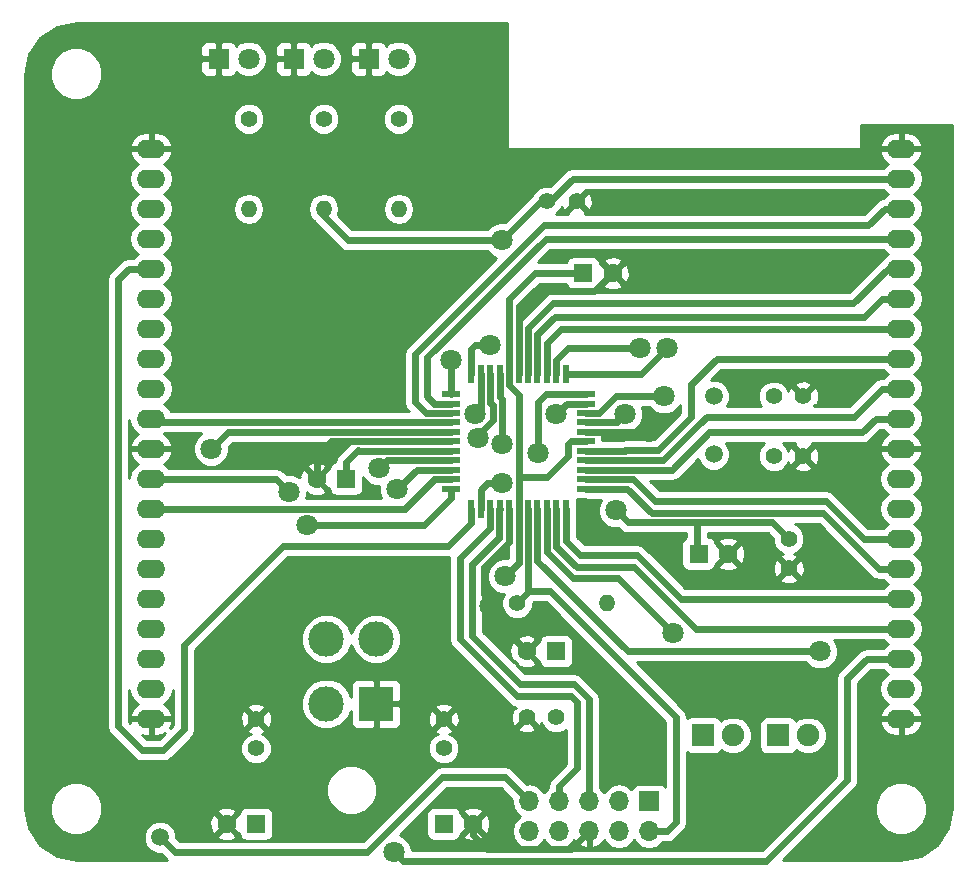
<source format=gbr>
G04 #@! TF.FileFunction,Copper,L1,Top,Signal*
%FSLAX46Y46*%
G04 Gerber Fmt 4.6, Leading zero omitted, Abs format (unit mm)*
G04 Created by KiCad (PCBNEW 4.0.7) date Wed Apr 18 20:52:35 2018*
%MOMM*%
%LPD*%
G01*
G04 APERTURE LIST*
%ADD10C,0.100000*%
%ADD11R,1.500000X0.550000*%
%ADD12R,0.550000X1.500000*%
%ADD13R,1.800000X1.800000*%
%ADD14C,1.800000*%
%ADD15C,1.500000*%
%ADD16R,3.000000X3.000000*%
%ADD17C,3.000000*%
%ADD18R,1.700000X1.700000*%
%ADD19O,1.700000X1.700000*%
%ADD20R,1.905000X1.905000*%
%ADD21C,1.905000*%
%ADD22C,1.400000*%
%ADD23O,1.400000X1.400000*%
%ADD24R,1.600000X1.600000*%
%ADD25C,1.600000*%
%ADD26O,2.400000X1.600000*%
%ADD27C,0.600000*%
%ADD28C,0.254000*%
G04 APERTURE END LIST*
D10*
D11*
X72405000Y-55690000D03*
X72405000Y-56490000D03*
X72405000Y-57290000D03*
X72405000Y-58090000D03*
X72405000Y-58890000D03*
X72405000Y-59690000D03*
X72405000Y-60490000D03*
X72405000Y-61290000D03*
X72405000Y-62090000D03*
X72405000Y-62890000D03*
X72405000Y-63690000D03*
D12*
X74105000Y-65390000D03*
X74905000Y-65390000D03*
X75705000Y-65390000D03*
X76505000Y-65390000D03*
X77305000Y-65390000D03*
X78105000Y-65390000D03*
X78905000Y-65390000D03*
X79705000Y-65390000D03*
X80505000Y-65390000D03*
X81305000Y-65390000D03*
X82105000Y-65390000D03*
D11*
X83805000Y-63690000D03*
X83805000Y-62890000D03*
X83805000Y-62090000D03*
X83805000Y-61290000D03*
X83805000Y-60490000D03*
X83805000Y-59690000D03*
X83805000Y-58890000D03*
X83805000Y-58090000D03*
X83805000Y-57290000D03*
X83805000Y-56490000D03*
X83805000Y-55690000D03*
D12*
X82105000Y-53990000D03*
X81305000Y-53990000D03*
X80505000Y-53990000D03*
X79705000Y-53990000D03*
X78905000Y-53990000D03*
X78105000Y-53990000D03*
X77305000Y-53990000D03*
X76505000Y-53990000D03*
X75705000Y-53990000D03*
X74905000Y-53990000D03*
X74105000Y-53990000D03*
D13*
X52705000Y-27305000D03*
D14*
X55245000Y-27305000D03*
D13*
X59055000Y-27305000D03*
D14*
X61595000Y-27305000D03*
D13*
X65405000Y-27305000D03*
D14*
X67945000Y-27305000D03*
D15*
X47752000Y-93218000D03*
D16*
X66040000Y-81915000D03*
D17*
X61840000Y-81915000D03*
X66040000Y-76415000D03*
X61840000Y-76415000D03*
D18*
X89154000Y-90170000D03*
D19*
X89154000Y-92710000D03*
X86614000Y-90170000D03*
X86614000Y-92710000D03*
X84074000Y-90170000D03*
X84074000Y-92710000D03*
X81534000Y-90170000D03*
X81534000Y-92710000D03*
X78994000Y-90170000D03*
X78994000Y-92710000D03*
D20*
X93726000Y-84582000D03*
D21*
X96266000Y-84582000D03*
D20*
X100076000Y-84582000D03*
D21*
X102616000Y-84582000D03*
D22*
X77978000Y-73406000D03*
D23*
X85598000Y-73406000D03*
D22*
X55245000Y-32385000D03*
D23*
X55245000Y-40005000D03*
D22*
X61595000Y-32385000D03*
D23*
X61595000Y-40005000D03*
D22*
X67945000Y-32385000D03*
D23*
X67945000Y-40005000D03*
D15*
X94615000Y-55880000D03*
X94615000Y-60780000D03*
D22*
X99695000Y-60960000D03*
X102195000Y-60960000D03*
X99695000Y-55880000D03*
X102195000Y-55880000D03*
X55880000Y-83185000D03*
X55880000Y-85685000D03*
D24*
X55880000Y-92075000D03*
D25*
X53380000Y-92075000D03*
D22*
X71755000Y-83185000D03*
X71755000Y-85685000D03*
D24*
X71755000Y-92075000D03*
D25*
X74255000Y-92075000D03*
D24*
X63500000Y-62865000D03*
D25*
X61000000Y-62865000D03*
D22*
X81280000Y-83058000D03*
X78780000Y-83058000D03*
D24*
X81280000Y-77470000D03*
D25*
X78780000Y-77470000D03*
D22*
X100965000Y-67945000D03*
X100965000Y-70445000D03*
D24*
X93345000Y-69215000D03*
D25*
X95845000Y-69215000D03*
D22*
X80518000Y-39370000D03*
X83018000Y-39370000D03*
D24*
X83566000Y-45466000D03*
D25*
X86066000Y-45466000D03*
D26*
X110490000Y-73025000D03*
X110490000Y-75565000D03*
X110490000Y-78105000D03*
X110490000Y-80645000D03*
X110490000Y-83185000D03*
X110490000Y-70485000D03*
X110490000Y-67945000D03*
X110490000Y-65405000D03*
X110490000Y-62865000D03*
X110490000Y-60325000D03*
X110490000Y-34925000D03*
X110490000Y-37465000D03*
X110490000Y-40005000D03*
X110490000Y-42545000D03*
X110490000Y-45085000D03*
X110490000Y-57785000D03*
X110490000Y-55245000D03*
X110490000Y-52705000D03*
X110490000Y-50165000D03*
X110490000Y-47625000D03*
X46990000Y-47625000D03*
X46990000Y-50165000D03*
X46990000Y-52705000D03*
X46990000Y-55245000D03*
X46990000Y-57785000D03*
X46990000Y-45085000D03*
X46990000Y-42545000D03*
X46990000Y-40005000D03*
X46990000Y-37465000D03*
X46990000Y-34925000D03*
X46990000Y-60325000D03*
X46990000Y-62865000D03*
X46990000Y-65405000D03*
X46990000Y-67945000D03*
X46990000Y-70485000D03*
X46990000Y-83185000D03*
X46990000Y-80645000D03*
X46990000Y-78105000D03*
X46990000Y-75565000D03*
X46990000Y-73025000D03*
D14*
X87122000Y-57404000D03*
X89154000Y-58928000D03*
X75692000Y-73660000D03*
X90424000Y-55880000D03*
X67564000Y-94488000D03*
X76708000Y-42672000D03*
X86360000Y-65532000D03*
X76962000Y-71120000D03*
X66294000Y-61976000D03*
X67818000Y-63754000D03*
X75692000Y-51562000D03*
X72390000Y-52832000D03*
X90678000Y-51816000D03*
X74676000Y-59436000D03*
X103632000Y-77470000D03*
X74422000Y-57404000D03*
X91186000Y-75946000D03*
X58674000Y-64008000D03*
X60198000Y-66802000D03*
X79756000Y-60706000D03*
X76708000Y-59944000D03*
X76708000Y-63246000D03*
X81280000Y-57404000D03*
X88392000Y-51816000D03*
X52070000Y-60325000D03*
D27*
X83805000Y-58090000D02*
X86436000Y-58090000D01*
X86436000Y-58090000D02*
X87122000Y-57404000D01*
X86066000Y-45466000D02*
X85979000Y-45466000D01*
X85979000Y-45466000D02*
X84455000Y-46990000D01*
X78105000Y-53990000D02*
X78105000Y-49149000D01*
X78105000Y-48260000D02*
X78105000Y-49149000D01*
X79375000Y-46990000D02*
X78105000Y-48260000D01*
X84455000Y-46990000D02*
X79375000Y-46990000D01*
X83805000Y-58890000D02*
X89116000Y-58890000D01*
X89116000Y-58890000D02*
X89154000Y-58928000D01*
X72405000Y-59690000D02*
X62230000Y-59690000D01*
X61000000Y-60920000D02*
X61000000Y-62865000D01*
X62230000Y-59690000D02*
X61000000Y-60920000D01*
X74255000Y-92075000D02*
X74255000Y-93051000D01*
X82550000Y-94234000D02*
X84074000Y-92710000D01*
X75438000Y-94234000D02*
X82550000Y-94234000D01*
X74255000Y-93051000D02*
X75438000Y-94234000D01*
X77305000Y-65390000D02*
X77305000Y-68237000D01*
X75692000Y-73660000D02*
X75692000Y-73152000D01*
X75692000Y-73152000D02*
X75184000Y-72644000D01*
X75184000Y-70358000D02*
X77305000Y-68237000D01*
X75184000Y-72644000D02*
X75184000Y-70358000D01*
X83805000Y-57290000D02*
X84950000Y-57290000D01*
X86360000Y-55880000D02*
X90424000Y-55880000D01*
X84950000Y-57290000D02*
X86360000Y-55880000D01*
X68326000Y-95250000D02*
X99060000Y-95250000D01*
X67564000Y-94488000D02*
X68326000Y-95250000D01*
X107569000Y-78105000D02*
X110490000Y-78105000D01*
X105918000Y-79756000D02*
X107569000Y-78105000D01*
X105918000Y-88392000D02*
X105918000Y-79756000D01*
X99060000Y-95250000D02*
X105918000Y-88392000D01*
X61595000Y-40005000D02*
X61595000Y-40640000D01*
X61595000Y-40640000D02*
X63627000Y-42672000D01*
X63627000Y-42672000D02*
X76708000Y-42672000D01*
X61722000Y-40132000D02*
X61595000Y-40005000D01*
X93218000Y-66548000D02*
X93218000Y-69088000D01*
X93218000Y-69088000D02*
X93345000Y-69215000D01*
X99568000Y-66548000D02*
X93218000Y-66548000D01*
X93218000Y-66548000D02*
X87376000Y-66548000D01*
X80518000Y-39370000D02*
X80010000Y-39370000D01*
X80010000Y-39370000D02*
X76708000Y-42672000D01*
X80518000Y-39370000D02*
X80772000Y-39370000D01*
X80772000Y-39370000D02*
X82677000Y-37465000D01*
X110490000Y-37465000D02*
X82677000Y-37465000D01*
X83566000Y-45466000D02*
X79502000Y-45466000D01*
X77305000Y-53990000D02*
X77305000Y-47663000D01*
X77305000Y-47663000D02*
X79502000Y-45466000D01*
X78105000Y-62738000D02*
X80518000Y-62738000D01*
X80518000Y-62738000D02*
X82296000Y-60960000D01*
X78105000Y-62738000D02*
X78105000Y-55753000D01*
X78105000Y-55753000D02*
X77305000Y-54953000D01*
X82550000Y-59690000D02*
X83805000Y-59690000D01*
X82296000Y-60960000D02*
X82296000Y-59944000D01*
X82296000Y-59944000D02*
X82550000Y-59690000D01*
X77305000Y-53990000D02*
X77305000Y-54953000D01*
X78105000Y-62738000D02*
X78105000Y-65390000D01*
X99568000Y-66548000D02*
X100965000Y-67945000D01*
X87376000Y-66548000D02*
X86360000Y-65532000D01*
X78105000Y-65390000D02*
X78105000Y-69977000D01*
X78105000Y-69977000D02*
X76962000Y-71120000D01*
X63500000Y-61468000D02*
X64516000Y-60452000D01*
X64516000Y-60452000D02*
X64516000Y-60490000D01*
X72405000Y-60490000D02*
X64516000Y-60490000D01*
X63500000Y-61468000D02*
X63500000Y-62865000D01*
X49022000Y-94488000D02*
X65278000Y-94488000D01*
X76962000Y-88138000D02*
X78994000Y-90170000D01*
X71628000Y-88138000D02*
X76962000Y-88138000D01*
X65278000Y-94488000D02*
X71628000Y-88138000D01*
X47752000Y-93218000D02*
X49022000Y-94488000D01*
X78486000Y-90170000D02*
X78994000Y-90170000D01*
X78905000Y-72390000D02*
X80772000Y-72390000D01*
X80772000Y-72390000D02*
X91440000Y-83058000D01*
X91440000Y-83058000D02*
X91440000Y-91948000D01*
X91440000Y-91948000D02*
X90678000Y-92710000D01*
X90678000Y-92710000D02*
X89154000Y-92710000D01*
X78905000Y-65390000D02*
X78905000Y-72390000D01*
X78905000Y-72390000D02*
X78905000Y-72479000D01*
X78905000Y-72479000D02*
X77978000Y-73406000D01*
X77978000Y-73406000D02*
X77978000Y-73660000D01*
X84074000Y-81534000D02*
X84074000Y-90170000D01*
X82804000Y-80264000D02*
X84074000Y-81534000D01*
X78232000Y-80264000D02*
X82804000Y-80264000D01*
X74168000Y-76200000D02*
X78232000Y-80264000D01*
X74168000Y-70104000D02*
X74168000Y-76200000D01*
X76432002Y-67839998D02*
X76432002Y-65390000D01*
X74168000Y-70104000D02*
X76432002Y-67839998D01*
X76432002Y-65390000D02*
X76505000Y-65390000D01*
X83058000Y-87376000D02*
X81534000Y-88900000D01*
X83058000Y-81788000D02*
X83058000Y-87376000D01*
X82550000Y-81280000D02*
X83058000Y-81788000D01*
X77978000Y-81280000D02*
X82550000Y-81280000D01*
X81534000Y-90170000D02*
X81534000Y-88900000D01*
X73152000Y-69596000D02*
X73152000Y-76454000D01*
X73152000Y-76454000D02*
X77978000Y-81280000D01*
X75705000Y-67056000D02*
X75692000Y-67056000D01*
X75692000Y-67056000D02*
X73152000Y-69596000D01*
X75705000Y-67056000D02*
X75705000Y-65390000D01*
X72405000Y-61290000D02*
X66980000Y-61290000D01*
X66980000Y-61290000D02*
X66294000Y-61976000D01*
X72405000Y-62090000D02*
X69482000Y-62090000D01*
X69482000Y-62090000D02*
X67818000Y-63754000D01*
X75692000Y-51562000D02*
X74422000Y-51562000D01*
X74105000Y-53990000D02*
X74105000Y-51879000D01*
X74105000Y-51879000D02*
X74422000Y-51562000D01*
X74422000Y-51562000D02*
X74105000Y-51879000D01*
X72405000Y-52847000D02*
X72390000Y-52832000D01*
X72405000Y-55690000D02*
X72405000Y-52847000D01*
X82105000Y-53990000D02*
X88504000Y-53990000D01*
X88504000Y-53990000D02*
X90678000Y-51816000D01*
X74676000Y-59436000D02*
X74676000Y-59182000D01*
X75946000Y-57912000D02*
X75946000Y-56642000D01*
X74676000Y-59182000D02*
X75946000Y-57912000D01*
X75946000Y-56642000D02*
X75705000Y-56401000D01*
X75705000Y-53990000D02*
X75705000Y-56401000D01*
X103632000Y-77470000D02*
X87376000Y-77470000D01*
X87376000Y-77470000D02*
X79705000Y-69799000D01*
X79705000Y-65390000D02*
X79705000Y-69799000D01*
X74905000Y-53990000D02*
X74905000Y-56921000D01*
X74905000Y-56921000D02*
X74422000Y-57404000D01*
X80505000Y-65390000D02*
X80505000Y-69075000D01*
X80505000Y-69075000D02*
X82677000Y-71247000D01*
X86487000Y-71247000D02*
X82677000Y-71247000D01*
X86487000Y-71247000D02*
X91186000Y-75946000D01*
X46990000Y-65405000D02*
X68453000Y-65405000D01*
X68453000Y-65405000D02*
X70968000Y-62890000D01*
X72405000Y-62890000D02*
X70968000Y-62890000D01*
X60198000Y-66802000D02*
X70104000Y-66802000D01*
X72405000Y-64501000D02*
X72405000Y-63690000D01*
X70104000Y-66802000D02*
X72405000Y-64501000D01*
X57531000Y-62865000D02*
X46990000Y-62865000D01*
X58674000Y-64008000D02*
X57531000Y-62865000D01*
X79756000Y-60706000D02*
X79756000Y-56388000D01*
X79756000Y-56388000D02*
X80454000Y-55690000D01*
X80454000Y-55690000D02*
X83805000Y-55690000D01*
X76505000Y-53990000D02*
X76505000Y-55931000D01*
X76708000Y-56134000D02*
X76708000Y-59944000D01*
X76505000Y-55931000D02*
X76708000Y-56134000D01*
X74905000Y-63779000D02*
X75438000Y-63246000D01*
X75438000Y-63246000D02*
X76708000Y-63246000D01*
X74905000Y-63779000D02*
X74905000Y-65390000D01*
X83805000Y-56490000D02*
X82194000Y-56490000D01*
X82194000Y-56490000D02*
X81280000Y-57404000D01*
X81305000Y-53990000D02*
X81305000Y-52807000D01*
X81305000Y-52807000D02*
X82296000Y-51816000D01*
X82296000Y-51816000D02*
X88392000Y-51816000D01*
X81305000Y-52807000D02*
X82296000Y-51816000D01*
X58166000Y-68580000D02*
X72136000Y-68580000D01*
X74105000Y-66611000D02*
X74105000Y-65390000D01*
X72136000Y-68580000D02*
X74105000Y-66611000D01*
X45085000Y-45085000D02*
X46990000Y-45085000D01*
X44196000Y-45974000D02*
X45085000Y-45085000D01*
X44196000Y-83820000D02*
X44196000Y-45974000D01*
X46228000Y-85852000D02*
X44196000Y-83820000D01*
X48006000Y-85852000D02*
X46228000Y-85852000D01*
X49784000Y-84074000D02*
X48006000Y-85852000D01*
X49784000Y-76962000D02*
X49784000Y-84074000D01*
X58166000Y-68580000D02*
X49784000Y-76962000D01*
X83805000Y-62090000D02*
X91072000Y-62090000D01*
X91072000Y-62090000D02*
X94234000Y-58928000D01*
X108331000Y-57785000D02*
X110490000Y-57785000D01*
X107188000Y-58928000D02*
X108331000Y-57785000D01*
X94234000Y-58928000D02*
X107188000Y-58928000D01*
X106489500Y-57594500D02*
X94043500Y-57594500D01*
X94043500Y-57594500D02*
X93472000Y-58166000D01*
X83805000Y-61290000D02*
X90348000Y-61290000D01*
X90348000Y-61290000D02*
X93472000Y-58166000D01*
X108839000Y-55245000D02*
X110490000Y-55245000D01*
X106489500Y-57594500D02*
X108839000Y-55245000D01*
X87122000Y-60452000D02*
X89916000Y-60452000D01*
X92710000Y-57658000D02*
X92710000Y-54864000D01*
X89916000Y-60452000D02*
X92710000Y-57658000D01*
X94869000Y-52705000D02*
X110490000Y-52705000D01*
X92710000Y-54864000D02*
X94869000Y-52705000D01*
X87122000Y-60452000D02*
X87122000Y-60490000D01*
X83805000Y-60490000D02*
X87122000Y-60490000D01*
X80505000Y-53990000D02*
X80505000Y-51321000D01*
X81661000Y-50165000D02*
X110490000Y-50165000D01*
X80505000Y-51321000D02*
X81661000Y-50165000D01*
X81153000Y-49149000D02*
X107315000Y-49149000D01*
X107315000Y-49149000D02*
X108839000Y-47625000D01*
X79705000Y-53990000D02*
X79705000Y-50597000D01*
X108839000Y-47625000D02*
X110490000Y-47625000D01*
X79705000Y-50597000D02*
X81153000Y-49149000D01*
X78905000Y-50127000D02*
X81026000Y-48006000D01*
X106426000Y-48006000D02*
X109347000Y-45085000D01*
X81026000Y-48006000D02*
X106426000Y-48006000D01*
X78905000Y-53990000D02*
X78905000Y-50127000D01*
X109347000Y-45085000D02*
X110490000Y-45085000D01*
X72405000Y-56490000D02*
X70968000Y-56490000D01*
X70358000Y-55880000D02*
X70358000Y-52578000D01*
X70968000Y-56490000D02*
X70358000Y-55880000D01*
X80391000Y-42545000D02*
X110490000Y-42545000D01*
X70358000Y-52578000D02*
X80391000Y-42545000D01*
X69342000Y-52324000D02*
X69342000Y-56388000D01*
X110490000Y-40005000D02*
X109093000Y-40005000D01*
X70244000Y-57290000D02*
X72405000Y-57290000D01*
X69342000Y-56388000D02*
X70244000Y-57290000D01*
X80264000Y-41402000D02*
X69342000Y-52324000D01*
X107696000Y-41402000D02*
X80264000Y-41402000D01*
X109093000Y-40005000D02*
X107696000Y-41402000D01*
X72405000Y-58090000D02*
X47295000Y-58090000D01*
X47295000Y-58090000D02*
X46990000Y-57785000D01*
X72405000Y-58890000D02*
X53505000Y-58890000D01*
X53505000Y-58890000D02*
X52070000Y-60325000D01*
X82105000Y-65390000D02*
X82105000Y-68135000D01*
X83312000Y-69342000D02*
X88138000Y-69342000D01*
X82105000Y-68135000D02*
X83312000Y-69342000D01*
X91821000Y-73025000D02*
X110490000Y-73025000D01*
X88138000Y-69342000D02*
X91821000Y-73025000D01*
X81305000Y-65390000D02*
X81305000Y-68605000D01*
X83058000Y-70358000D02*
X87884000Y-70358000D01*
X81305000Y-68605000D02*
X83058000Y-70358000D01*
X93091000Y-75565000D02*
X110490000Y-75565000D01*
X87884000Y-70358000D02*
X93091000Y-75565000D01*
X83805000Y-63690000D02*
X87312000Y-63690000D01*
X103886000Y-65786000D02*
X108585000Y-70485000D01*
X108585000Y-70485000D02*
X110490000Y-70485000D01*
X87312000Y-63690000D02*
X89408000Y-65786000D01*
X89408000Y-65786000D02*
X103886000Y-65786000D01*
X83805000Y-62890000D02*
X87782000Y-62890000D01*
X89662000Y-64770000D02*
X104140000Y-64770000D01*
X87782000Y-62890000D02*
X89662000Y-64770000D01*
X110490000Y-67945000D02*
X107315000Y-67945000D01*
X107315000Y-67945000D02*
X104140000Y-64770000D01*
D28*
G36*
X77089000Y-34798000D02*
X77099006Y-34847410D01*
X77127447Y-34889035D01*
X77169841Y-34916315D01*
X77216000Y-34925000D01*
X106934000Y-34925000D01*
X106983410Y-34914994D01*
X107025035Y-34886553D01*
X107052315Y-34844159D01*
X107061000Y-34798000D01*
X107061000Y-34575961D01*
X108698096Y-34575961D01*
X108820085Y-34798000D01*
X110363000Y-34798000D01*
X110363000Y-33490000D01*
X110617000Y-33490000D01*
X110617000Y-34798000D01*
X112159915Y-34798000D01*
X112281904Y-34575961D01*
X112264367Y-34493181D01*
X111994500Y-34000104D01*
X111556483Y-33647834D01*
X111017000Y-33490000D01*
X110617000Y-33490000D01*
X110363000Y-33490000D01*
X109963000Y-33490000D01*
X109423517Y-33647834D01*
X108985500Y-34000104D01*
X108715633Y-34493181D01*
X108698096Y-34575961D01*
X107061000Y-34575961D01*
X107061000Y-32893000D01*
X114835000Y-32893000D01*
X114835000Y-90732609D01*
X114490953Y-92462249D01*
X113552197Y-93867196D01*
X112147249Y-94805953D01*
X110417610Y-95150000D01*
X100482290Y-95150000D01*
X104384671Y-91247619D01*
X108254613Y-91247619D01*
X108594155Y-92069372D01*
X109222321Y-92698636D01*
X110043481Y-93039611D01*
X110932619Y-93040387D01*
X111754372Y-92700845D01*
X112383636Y-92072679D01*
X112724611Y-91251519D01*
X112725387Y-90362381D01*
X112385845Y-89540628D01*
X111757679Y-88911364D01*
X110936519Y-88570389D01*
X110047381Y-88569613D01*
X109225628Y-88909155D01*
X108596364Y-89537321D01*
X108255389Y-90358481D01*
X108254613Y-91247619D01*
X104384671Y-91247619D01*
X106579145Y-89053145D01*
X106613434Y-89001827D01*
X106781827Y-88749809D01*
X106817516Y-88570389D01*
X106853001Y-88392000D01*
X106853000Y-88391995D01*
X106853000Y-83534039D01*
X108698096Y-83534039D01*
X108715633Y-83616819D01*
X108985500Y-84109896D01*
X109423517Y-84462166D01*
X109963000Y-84620000D01*
X110363000Y-84620000D01*
X110363000Y-83312000D01*
X110617000Y-83312000D01*
X110617000Y-84620000D01*
X111017000Y-84620000D01*
X111556483Y-84462166D01*
X111994500Y-84109896D01*
X112264367Y-83616819D01*
X112281904Y-83534039D01*
X112159915Y-83312000D01*
X110617000Y-83312000D01*
X110363000Y-83312000D01*
X108820085Y-83312000D01*
X108698096Y-83534039D01*
X106853000Y-83534039D01*
X106853000Y-80143290D01*
X107956290Y-79040000D01*
X108986099Y-79040000D01*
X109039352Y-79119698D01*
X109421438Y-79375000D01*
X109039352Y-79630302D01*
X108728283Y-80095849D01*
X108619050Y-80645000D01*
X108728283Y-81194151D01*
X109039352Y-81659698D01*
X109417707Y-81912507D01*
X108985500Y-82260104D01*
X108715633Y-82753181D01*
X108698096Y-82835961D01*
X108820085Y-83058000D01*
X110363000Y-83058000D01*
X110363000Y-83038000D01*
X110617000Y-83038000D01*
X110617000Y-83058000D01*
X112159915Y-83058000D01*
X112281904Y-82835961D01*
X112264367Y-82753181D01*
X111994500Y-82260104D01*
X111562293Y-81912507D01*
X111940648Y-81659698D01*
X112251717Y-81194151D01*
X112360950Y-80645000D01*
X112251717Y-80095849D01*
X111940648Y-79630302D01*
X111558562Y-79375000D01*
X111940648Y-79119698D01*
X112251717Y-78654151D01*
X112360950Y-78105000D01*
X112251717Y-77555849D01*
X111940648Y-77090302D01*
X111558562Y-76835000D01*
X111940648Y-76579698D01*
X112251717Y-76114151D01*
X112360950Y-75565000D01*
X112251717Y-75015849D01*
X111940648Y-74550302D01*
X111558562Y-74295000D01*
X111940648Y-74039698D01*
X112251717Y-73574151D01*
X112360950Y-73025000D01*
X112251717Y-72475849D01*
X111940648Y-72010302D01*
X111558562Y-71755000D01*
X111940648Y-71499698D01*
X112251717Y-71034151D01*
X112360950Y-70485000D01*
X112251717Y-69935849D01*
X111940648Y-69470302D01*
X111558562Y-69215000D01*
X111940648Y-68959698D01*
X112251717Y-68494151D01*
X112360950Y-67945000D01*
X112251717Y-67395849D01*
X111940648Y-66930302D01*
X111558562Y-66675000D01*
X111940648Y-66419698D01*
X112251717Y-65954151D01*
X112360950Y-65405000D01*
X112251717Y-64855849D01*
X111940648Y-64390302D01*
X111558562Y-64135000D01*
X111940648Y-63879698D01*
X112251717Y-63414151D01*
X112360950Y-62865000D01*
X112251717Y-62315849D01*
X111940648Y-61850302D01*
X111562293Y-61597493D01*
X111994500Y-61249896D01*
X112264367Y-60756819D01*
X112281904Y-60674039D01*
X112159915Y-60452000D01*
X110617000Y-60452000D01*
X110617000Y-60472000D01*
X110363000Y-60472000D01*
X110363000Y-60452000D01*
X108820085Y-60452000D01*
X108698096Y-60674039D01*
X108715633Y-60756819D01*
X108985500Y-61249896D01*
X109417707Y-61597493D01*
X109039352Y-61850302D01*
X108728283Y-62315849D01*
X108619050Y-62865000D01*
X108728283Y-63414151D01*
X109039352Y-63879698D01*
X109421438Y-64135000D01*
X109039352Y-64390302D01*
X108728283Y-64855849D01*
X108619050Y-65405000D01*
X108728283Y-65954151D01*
X109039352Y-66419698D01*
X109421438Y-66675000D01*
X109039352Y-66930302D01*
X108986099Y-67010000D01*
X107702290Y-67010000D01*
X104801145Y-64108855D01*
X104497809Y-63906173D01*
X104140000Y-63835000D01*
X90049289Y-63835000D01*
X89239290Y-63025000D01*
X91072000Y-63025000D01*
X91429809Y-62953827D01*
X91733145Y-62751145D01*
X93288308Y-61195982D01*
X93440169Y-61563515D01*
X93829436Y-61953461D01*
X94338298Y-62164759D01*
X94889285Y-62165240D01*
X95398515Y-61954831D01*
X95788461Y-61565564D01*
X95999759Y-61056702D01*
X96000240Y-60505715D01*
X95789831Y-59996485D01*
X95656578Y-59863000D01*
X98904291Y-59863000D01*
X98563902Y-60202796D01*
X98360232Y-60693287D01*
X98359769Y-61224383D01*
X98562582Y-61715229D01*
X98937796Y-62091098D01*
X99428287Y-62294768D01*
X99959383Y-62295231D01*
X100450229Y-62092418D01*
X100647716Y-61895275D01*
X101439331Y-61895275D01*
X101501169Y-62131042D01*
X102002122Y-62307419D01*
X102532440Y-62278664D01*
X102888831Y-62131042D01*
X102950669Y-61895275D01*
X102195000Y-61139605D01*
X101439331Y-61895275D01*
X100647716Y-61895275D01*
X100826098Y-61717204D01*
X100938291Y-61447013D01*
X101023958Y-61653831D01*
X101259725Y-61715669D01*
X102015395Y-60960000D01*
X102374605Y-60960000D01*
X103130275Y-61715669D01*
X103366042Y-61653831D01*
X103542419Y-61152878D01*
X103513664Y-60622560D01*
X103366042Y-60266169D01*
X103130275Y-60204331D01*
X102374605Y-60960000D01*
X102015395Y-60960000D01*
X101259725Y-60204331D01*
X101023958Y-60266169D01*
X100945207Y-60489842D01*
X100827418Y-60204771D01*
X100486243Y-59863000D01*
X101481749Y-59863000D01*
X101439331Y-60024725D01*
X102195000Y-60780395D01*
X102950669Y-60024725D01*
X102908251Y-59863000D01*
X107188000Y-59863000D01*
X107545809Y-59791827D01*
X107849145Y-59589145D01*
X108718290Y-58720000D01*
X108986099Y-58720000D01*
X109039352Y-58799698D01*
X109417707Y-59052507D01*
X108985500Y-59400104D01*
X108715633Y-59893181D01*
X108698096Y-59975961D01*
X108820085Y-60198000D01*
X110363000Y-60198000D01*
X110363000Y-60178000D01*
X110617000Y-60178000D01*
X110617000Y-60198000D01*
X112159915Y-60198000D01*
X112281904Y-59975961D01*
X112264367Y-59893181D01*
X111994500Y-59400104D01*
X111562293Y-59052507D01*
X111940648Y-58799698D01*
X112251717Y-58334151D01*
X112360950Y-57785000D01*
X112251717Y-57235849D01*
X111940648Y-56770302D01*
X111558562Y-56515000D01*
X111940648Y-56259698D01*
X112251717Y-55794151D01*
X112360950Y-55245000D01*
X112251717Y-54695849D01*
X111940648Y-54230302D01*
X111558562Y-53975000D01*
X111940648Y-53719698D01*
X112251717Y-53254151D01*
X112360950Y-52705000D01*
X112251717Y-52155849D01*
X111940648Y-51690302D01*
X111558562Y-51435000D01*
X111940648Y-51179698D01*
X112251717Y-50714151D01*
X112360950Y-50165000D01*
X112251717Y-49615849D01*
X111940648Y-49150302D01*
X111558562Y-48895000D01*
X111940648Y-48639698D01*
X112251717Y-48174151D01*
X112360950Y-47625000D01*
X112251717Y-47075849D01*
X111940648Y-46610302D01*
X111558562Y-46355000D01*
X111940648Y-46099698D01*
X112251717Y-45634151D01*
X112360950Y-45085000D01*
X112251717Y-44535849D01*
X111940648Y-44070302D01*
X111558562Y-43815000D01*
X111940648Y-43559698D01*
X112251717Y-43094151D01*
X112360950Y-42545000D01*
X112251717Y-41995849D01*
X111940648Y-41530302D01*
X111558562Y-41275000D01*
X111940648Y-41019698D01*
X112251717Y-40554151D01*
X112360950Y-40005000D01*
X112251717Y-39455849D01*
X111940648Y-38990302D01*
X111558562Y-38735000D01*
X111940648Y-38479698D01*
X112251717Y-38014151D01*
X112360950Y-37465000D01*
X112251717Y-36915849D01*
X111940648Y-36450302D01*
X111562293Y-36197493D01*
X111994500Y-35849896D01*
X112264367Y-35356819D01*
X112281904Y-35274039D01*
X112159915Y-35052000D01*
X110617000Y-35052000D01*
X110617000Y-35072000D01*
X110363000Y-35072000D01*
X110363000Y-35052000D01*
X108820085Y-35052000D01*
X108698096Y-35274039D01*
X108715633Y-35356819D01*
X108985500Y-35849896D01*
X109417707Y-36197493D01*
X109039352Y-36450302D01*
X108986099Y-36530000D01*
X82677000Y-36530000D01*
X82319191Y-36601173D01*
X82015855Y-36803855D01*
X80784478Y-38035232D01*
X80253617Y-38034769D01*
X79762771Y-38237582D01*
X79386902Y-38612796D01*
X79345708Y-38712002D01*
X76920525Y-41137185D01*
X76404009Y-41136735D01*
X75839629Y-41369932D01*
X75471919Y-41737000D01*
X64014290Y-41737000D01*
X62824753Y-40547463D01*
X62828379Y-40542036D01*
X62930000Y-40031154D01*
X62930000Y-39978846D01*
X66610000Y-39978846D01*
X66610000Y-40031154D01*
X66711621Y-40542036D01*
X67001012Y-40975142D01*
X67434118Y-41264533D01*
X67945000Y-41366154D01*
X68455882Y-41264533D01*
X68888988Y-40975142D01*
X69178379Y-40542036D01*
X69280000Y-40031154D01*
X69280000Y-39978846D01*
X69178379Y-39467964D01*
X68888988Y-39034858D01*
X68455882Y-38745467D01*
X67945000Y-38643846D01*
X67434118Y-38745467D01*
X67001012Y-39034858D01*
X66711621Y-39467964D01*
X66610000Y-39978846D01*
X62930000Y-39978846D01*
X62828379Y-39467964D01*
X62538988Y-39034858D01*
X62105882Y-38745467D01*
X61595000Y-38643846D01*
X61084118Y-38745467D01*
X60651012Y-39034858D01*
X60361621Y-39467964D01*
X60260000Y-39978846D01*
X60260000Y-40031154D01*
X60361621Y-40542036D01*
X60651012Y-40975142D01*
X60768466Y-41053622D01*
X60933855Y-41301145D01*
X62965855Y-43333145D01*
X63269191Y-43535827D01*
X63627000Y-43607000D01*
X75472445Y-43607000D01*
X75837357Y-43972551D01*
X76214539Y-44129171D01*
X68680855Y-51662855D01*
X68478173Y-51966191D01*
X68407000Y-52324000D01*
X68407000Y-56388000D01*
X68478173Y-56745809D01*
X68680855Y-57049145D01*
X68786710Y-57155000D01*
X48697695Y-57155000D01*
X48440648Y-56770302D01*
X48058562Y-56515000D01*
X48440648Y-56259698D01*
X48751717Y-55794151D01*
X48860950Y-55245000D01*
X48751717Y-54695849D01*
X48440648Y-54230302D01*
X48058562Y-53975000D01*
X48440648Y-53719698D01*
X48751717Y-53254151D01*
X48860950Y-52705000D01*
X48751717Y-52155849D01*
X48440648Y-51690302D01*
X48058562Y-51435000D01*
X48440648Y-51179698D01*
X48751717Y-50714151D01*
X48860950Y-50165000D01*
X48751717Y-49615849D01*
X48440648Y-49150302D01*
X48058562Y-48895000D01*
X48440648Y-48639698D01*
X48751717Y-48174151D01*
X48860950Y-47625000D01*
X48751717Y-47075849D01*
X48440648Y-46610302D01*
X48058562Y-46355000D01*
X48440648Y-46099698D01*
X48751717Y-45634151D01*
X48860950Y-45085000D01*
X48751717Y-44535849D01*
X48440648Y-44070302D01*
X48058562Y-43815000D01*
X48440648Y-43559698D01*
X48751717Y-43094151D01*
X48860950Y-42545000D01*
X48751717Y-41995849D01*
X48440648Y-41530302D01*
X48058562Y-41275000D01*
X48440648Y-41019698D01*
X48751717Y-40554151D01*
X48860950Y-40005000D01*
X48855748Y-39978846D01*
X53910000Y-39978846D01*
X53910000Y-40031154D01*
X54011621Y-40542036D01*
X54301012Y-40975142D01*
X54734118Y-41264533D01*
X55245000Y-41366154D01*
X55755882Y-41264533D01*
X56188988Y-40975142D01*
X56478379Y-40542036D01*
X56580000Y-40031154D01*
X56580000Y-39978846D01*
X56478379Y-39467964D01*
X56188988Y-39034858D01*
X55755882Y-38745467D01*
X55245000Y-38643846D01*
X54734118Y-38745467D01*
X54301012Y-39034858D01*
X54011621Y-39467964D01*
X53910000Y-39978846D01*
X48855748Y-39978846D01*
X48751717Y-39455849D01*
X48440648Y-38990302D01*
X48058562Y-38735000D01*
X48440648Y-38479698D01*
X48751717Y-38014151D01*
X48860950Y-37465000D01*
X48751717Y-36915849D01*
X48440648Y-36450302D01*
X48062293Y-36197493D01*
X48494500Y-35849896D01*
X48764367Y-35356819D01*
X48781904Y-35274039D01*
X48659915Y-35052000D01*
X47117000Y-35052000D01*
X47117000Y-35072000D01*
X46863000Y-35072000D01*
X46863000Y-35052000D01*
X45320085Y-35052000D01*
X45198096Y-35274039D01*
X45215633Y-35356819D01*
X45485500Y-35849896D01*
X45917707Y-36197493D01*
X45539352Y-36450302D01*
X45228283Y-36915849D01*
X45119050Y-37465000D01*
X45228283Y-38014151D01*
X45539352Y-38479698D01*
X45921438Y-38735000D01*
X45539352Y-38990302D01*
X45228283Y-39455849D01*
X45119050Y-40005000D01*
X45228283Y-40554151D01*
X45539352Y-41019698D01*
X45921438Y-41275000D01*
X45539352Y-41530302D01*
X45228283Y-41995849D01*
X45119050Y-42545000D01*
X45228283Y-43094151D01*
X45539352Y-43559698D01*
X45921438Y-43815000D01*
X45539352Y-44070302D01*
X45486099Y-44150000D01*
X45085000Y-44150000D01*
X44727191Y-44221173D01*
X44423855Y-44423855D01*
X43534855Y-45312855D01*
X43332173Y-45616191D01*
X43261000Y-45974000D01*
X43261000Y-83820000D01*
X43332173Y-84177809D01*
X43534855Y-84481145D01*
X45566855Y-86513145D01*
X45870191Y-86715827D01*
X46228000Y-86787000D01*
X48006000Y-86787000D01*
X48363809Y-86715827D01*
X48667145Y-86513145D01*
X49230907Y-85949383D01*
X54544769Y-85949383D01*
X54747582Y-86440229D01*
X55122796Y-86816098D01*
X55613287Y-87019768D01*
X56144383Y-87020231D01*
X56635229Y-86817418D01*
X57011098Y-86442204D01*
X57214768Y-85951713D01*
X57214770Y-85949383D01*
X70419769Y-85949383D01*
X70622582Y-86440229D01*
X70997796Y-86816098D01*
X71488287Y-87019768D01*
X72019383Y-87020231D01*
X72510229Y-86817418D01*
X72886098Y-86442204D01*
X73089768Y-85951713D01*
X73090231Y-85420617D01*
X72887418Y-84929771D01*
X72512204Y-84553902D01*
X72242013Y-84441709D01*
X72448831Y-84356042D01*
X72510669Y-84120275D01*
X72383670Y-83993275D01*
X78024331Y-83993275D01*
X78086169Y-84229042D01*
X78587122Y-84405419D01*
X79117440Y-84376664D01*
X79473831Y-84229042D01*
X79535669Y-83993275D01*
X78780000Y-83237605D01*
X78024331Y-83993275D01*
X72383670Y-83993275D01*
X71755000Y-83364605D01*
X70999331Y-84120275D01*
X71061169Y-84356042D01*
X71284842Y-84434793D01*
X70999771Y-84552582D01*
X70623902Y-84927796D01*
X70420232Y-85418287D01*
X70419769Y-85949383D01*
X57214770Y-85949383D01*
X57215231Y-85420617D01*
X57012418Y-84929771D01*
X56637204Y-84553902D01*
X56367013Y-84441709D01*
X56573831Y-84356042D01*
X56635669Y-84120275D01*
X55880000Y-83364605D01*
X55124331Y-84120275D01*
X55186169Y-84356042D01*
X55409842Y-84434793D01*
X55124771Y-84552582D01*
X54748902Y-84927796D01*
X54545232Y-85418287D01*
X54544769Y-85949383D01*
X49230907Y-85949383D01*
X50445145Y-84735145D01*
X50647827Y-84431809D01*
X50719000Y-84074000D01*
X50719000Y-82992122D01*
X54532581Y-82992122D01*
X54561336Y-83522440D01*
X54708958Y-83878831D01*
X54944725Y-83940669D01*
X55700395Y-83185000D01*
X56059605Y-83185000D01*
X56815275Y-83940669D01*
X57051042Y-83878831D01*
X57227419Y-83377878D01*
X57198664Y-82847560D01*
X57051042Y-82491169D01*
X56815275Y-82429331D01*
X56059605Y-83185000D01*
X55700395Y-83185000D01*
X54944725Y-82429331D01*
X54708958Y-82491169D01*
X54532581Y-82992122D01*
X50719000Y-82992122D01*
X50719000Y-82249725D01*
X55124331Y-82249725D01*
X55880000Y-83005395D01*
X56547579Y-82337815D01*
X59704630Y-82337815D01*
X60028980Y-83122800D01*
X60629041Y-83723909D01*
X61413459Y-84049628D01*
X62262815Y-84050370D01*
X63047800Y-83726020D01*
X63648909Y-83125959D01*
X63905000Y-82509224D01*
X63905000Y-83541310D01*
X64001673Y-83774699D01*
X64180302Y-83953327D01*
X64413691Y-84050000D01*
X65754250Y-84050000D01*
X65913000Y-83891250D01*
X65913000Y-82042000D01*
X66167000Y-82042000D01*
X66167000Y-83891250D01*
X66325750Y-84050000D01*
X67666309Y-84050000D01*
X67899698Y-83953327D01*
X68078327Y-83774699D01*
X68175000Y-83541310D01*
X68175000Y-82992122D01*
X70407581Y-82992122D01*
X70436336Y-83522440D01*
X70583958Y-83878831D01*
X70819725Y-83940669D01*
X71575395Y-83185000D01*
X71934605Y-83185000D01*
X72690275Y-83940669D01*
X72926042Y-83878831D01*
X73102419Y-83377878D01*
X73073664Y-82847560D01*
X72926042Y-82491169D01*
X72690275Y-82429331D01*
X71934605Y-83185000D01*
X71575395Y-83185000D01*
X70819725Y-82429331D01*
X70583958Y-82491169D01*
X70407581Y-82992122D01*
X68175000Y-82992122D01*
X68175000Y-82249725D01*
X70999331Y-82249725D01*
X71755000Y-83005395D01*
X72510669Y-82249725D01*
X72448831Y-82013958D01*
X71947878Y-81837581D01*
X71417560Y-81866336D01*
X71061169Y-82013958D01*
X70999331Y-82249725D01*
X68175000Y-82249725D01*
X68175000Y-82200750D01*
X68016250Y-82042000D01*
X66167000Y-82042000D01*
X65913000Y-82042000D01*
X65893000Y-82042000D01*
X65893000Y-81788000D01*
X65913000Y-81788000D01*
X65913000Y-79938750D01*
X66167000Y-79938750D01*
X66167000Y-81788000D01*
X68016250Y-81788000D01*
X68175000Y-81629250D01*
X68175000Y-80288690D01*
X68078327Y-80055301D01*
X67899698Y-79876673D01*
X67666309Y-79780000D01*
X66325750Y-79780000D01*
X66167000Y-79938750D01*
X65913000Y-79938750D01*
X65754250Y-79780000D01*
X64413691Y-79780000D01*
X64180302Y-79876673D01*
X64001673Y-80055301D01*
X63905000Y-80288690D01*
X63905000Y-81321877D01*
X63651020Y-80707200D01*
X63050959Y-80106091D01*
X62266541Y-79780372D01*
X61417185Y-79779630D01*
X60632200Y-80103980D01*
X60031091Y-80704041D01*
X59705372Y-81488459D01*
X59704630Y-82337815D01*
X56547579Y-82337815D01*
X56635669Y-82249725D01*
X56573831Y-82013958D01*
X56072878Y-81837581D01*
X55542560Y-81866336D01*
X55186169Y-82013958D01*
X55124331Y-82249725D01*
X50719000Y-82249725D01*
X50719000Y-77349290D01*
X51230475Y-76837815D01*
X59704630Y-76837815D01*
X60028980Y-77622800D01*
X60629041Y-78223909D01*
X61413459Y-78549628D01*
X62262815Y-78550370D01*
X63047800Y-78226020D01*
X63648909Y-77625959D01*
X63940314Y-76924177D01*
X64228980Y-77622800D01*
X64829041Y-78223909D01*
X65613459Y-78549628D01*
X66462815Y-78550370D01*
X67247800Y-78226020D01*
X67848909Y-77625959D01*
X68174628Y-76841541D01*
X68175370Y-75992185D01*
X67851020Y-75207200D01*
X67250959Y-74606091D01*
X66466541Y-74280372D01*
X65617185Y-74279630D01*
X64832200Y-74603980D01*
X64231091Y-75204041D01*
X63939686Y-75905823D01*
X63651020Y-75207200D01*
X63050959Y-74606091D01*
X62266541Y-74280372D01*
X61417185Y-74279630D01*
X60632200Y-74603980D01*
X60031091Y-75204041D01*
X59705372Y-75988459D01*
X59704630Y-76837815D01*
X51230475Y-76837815D01*
X58553290Y-69515000D01*
X72136000Y-69515000D01*
X72237113Y-69494887D01*
X72217000Y-69596000D01*
X72217000Y-76454000D01*
X72288173Y-76811809D01*
X72490855Y-77115145D01*
X77316855Y-81941145D01*
X77620191Y-82143827D01*
X77747421Y-82169135D01*
X77729474Y-82187082D01*
X77844723Y-82302331D01*
X77608958Y-82364169D01*
X77432581Y-82865122D01*
X77461336Y-83395440D01*
X77608958Y-83751831D01*
X77844725Y-83813669D01*
X78600395Y-83058000D01*
X78586252Y-83043858D01*
X78765858Y-82864252D01*
X78780000Y-82878395D01*
X78794142Y-82864252D01*
X78973748Y-83043858D01*
X78959605Y-83058000D01*
X79715275Y-83813669D01*
X79951042Y-83751831D01*
X80029793Y-83528158D01*
X80147582Y-83813229D01*
X80522796Y-84189098D01*
X81013287Y-84392768D01*
X81544383Y-84393231D01*
X82035229Y-84190418D01*
X82123000Y-84102800D01*
X82123000Y-86988710D01*
X80872855Y-88238855D01*
X80670173Y-88542191D01*
X80599000Y-88900000D01*
X80599000Y-89013977D01*
X80483946Y-89090853D01*
X80264000Y-89420026D01*
X80044054Y-89090853D01*
X79562285Y-88768946D01*
X78994000Y-88655907D01*
X78834019Y-88687729D01*
X77623145Y-87476855D01*
X77319809Y-87274173D01*
X76962000Y-87203000D01*
X71628000Y-87203000D01*
X71270191Y-87274173D01*
X70966855Y-87476855D01*
X64890710Y-93553000D01*
X49409290Y-93553000D01*
X49136946Y-93280656D01*
X49137118Y-93082745D01*
X52551861Y-93082745D01*
X52625995Y-93328864D01*
X53163223Y-93521965D01*
X53733454Y-93494778D01*
X54134005Y-93328864D01*
X54208139Y-93082745D01*
X53380000Y-92254605D01*
X52551861Y-93082745D01*
X49137118Y-93082745D01*
X49137240Y-92943715D01*
X48926831Y-92434485D01*
X48537564Y-92044539D01*
X48088866Y-91858223D01*
X51933035Y-91858223D01*
X51960222Y-92428454D01*
X52126136Y-92829005D01*
X52372255Y-92903139D01*
X53200395Y-92075000D01*
X53559605Y-92075000D01*
X54387745Y-92903139D01*
X54435167Y-92888855D01*
X54476838Y-93110317D01*
X54615910Y-93326441D01*
X54828110Y-93471431D01*
X55080000Y-93522440D01*
X56680000Y-93522440D01*
X56915317Y-93478162D01*
X57131441Y-93339090D01*
X57276431Y-93126890D01*
X57327440Y-92875000D01*
X57327440Y-91275000D01*
X57283162Y-91039683D01*
X57144090Y-90823559D01*
X56931890Y-90678569D01*
X56680000Y-90627560D01*
X55080000Y-90627560D01*
X54844683Y-90671838D01*
X54628559Y-90810910D01*
X54483569Y-91023110D01*
X54435354Y-91261201D01*
X54387745Y-91246861D01*
X53559605Y-92075000D01*
X53200395Y-92075000D01*
X52372255Y-91246861D01*
X52126136Y-91320995D01*
X51933035Y-91858223D01*
X48088866Y-91858223D01*
X48028702Y-91833241D01*
X47477715Y-91832760D01*
X46968485Y-92043169D01*
X46578539Y-92432436D01*
X46367241Y-92941298D01*
X46366760Y-93492285D01*
X46577169Y-94001515D01*
X46966436Y-94391461D01*
X47475298Y-94602759D01*
X47814765Y-94603055D01*
X48360855Y-95149145D01*
X48362135Y-95150000D01*
X40712391Y-95150000D01*
X38982751Y-94805953D01*
X37577804Y-93867197D01*
X36639047Y-92462249D01*
X36397442Y-91247619D01*
X38404613Y-91247619D01*
X38744155Y-92069372D01*
X39372321Y-92698636D01*
X40193481Y-93039611D01*
X41082619Y-93040387D01*
X41904372Y-92700845D01*
X42533636Y-92072679D01*
X42874611Y-91251519D01*
X42874771Y-91067255D01*
X52551861Y-91067255D01*
X53380000Y-91895395D01*
X54208139Y-91067255D01*
X54134005Y-90821136D01*
X53596777Y-90628035D01*
X53026546Y-90655222D01*
X52625995Y-90821136D01*
X52551861Y-91067255D01*
X42874771Y-91067255D01*
X42875387Y-90362381D01*
X42576002Y-89637815D01*
X61804630Y-89637815D01*
X62128980Y-90422800D01*
X62729041Y-91023909D01*
X63513459Y-91349628D01*
X64362815Y-91350370D01*
X65147800Y-91026020D01*
X65748909Y-90425959D01*
X66074628Y-89641541D01*
X66075370Y-88792185D01*
X65751020Y-88007200D01*
X65150959Y-87406091D01*
X64366541Y-87080372D01*
X63517185Y-87079630D01*
X62732200Y-87403980D01*
X62131091Y-88004041D01*
X61805372Y-88788459D01*
X61804630Y-89637815D01*
X42576002Y-89637815D01*
X42535845Y-89540628D01*
X41907679Y-88911364D01*
X41086519Y-88570389D01*
X40197381Y-88569613D01*
X39375628Y-88909155D01*
X38746364Y-89537321D01*
X38405389Y-90358481D01*
X38404613Y-91247619D01*
X36397442Y-91247619D01*
X36295000Y-90732610D01*
X36295000Y-34575961D01*
X45198096Y-34575961D01*
X45320085Y-34798000D01*
X46863000Y-34798000D01*
X46863000Y-33490000D01*
X47117000Y-33490000D01*
X47117000Y-34798000D01*
X48659915Y-34798000D01*
X48781904Y-34575961D01*
X48764367Y-34493181D01*
X48494500Y-34000104D01*
X48056483Y-33647834D01*
X47517000Y-33490000D01*
X47117000Y-33490000D01*
X46863000Y-33490000D01*
X46463000Y-33490000D01*
X45923517Y-33647834D01*
X45485500Y-34000104D01*
X45215633Y-34493181D01*
X45198096Y-34575961D01*
X36295000Y-34575961D01*
X36295000Y-32649383D01*
X53909769Y-32649383D01*
X54112582Y-33140229D01*
X54487796Y-33516098D01*
X54978287Y-33719768D01*
X55509383Y-33720231D01*
X56000229Y-33517418D01*
X56376098Y-33142204D01*
X56579768Y-32651713D01*
X56579770Y-32649383D01*
X60259769Y-32649383D01*
X60462582Y-33140229D01*
X60837796Y-33516098D01*
X61328287Y-33719768D01*
X61859383Y-33720231D01*
X62350229Y-33517418D01*
X62726098Y-33142204D01*
X62929768Y-32651713D01*
X62929770Y-32649383D01*
X66609769Y-32649383D01*
X66812582Y-33140229D01*
X67187796Y-33516098D01*
X67678287Y-33719768D01*
X68209383Y-33720231D01*
X68700229Y-33517418D01*
X69076098Y-33142204D01*
X69279768Y-32651713D01*
X69280231Y-32120617D01*
X69077418Y-31629771D01*
X68702204Y-31253902D01*
X68211713Y-31050232D01*
X67680617Y-31049769D01*
X67189771Y-31252582D01*
X66813902Y-31627796D01*
X66610232Y-32118287D01*
X66609769Y-32649383D01*
X62929770Y-32649383D01*
X62930231Y-32120617D01*
X62727418Y-31629771D01*
X62352204Y-31253902D01*
X61861713Y-31050232D01*
X61330617Y-31049769D01*
X60839771Y-31252582D01*
X60463902Y-31627796D01*
X60260232Y-32118287D01*
X60259769Y-32649383D01*
X56579770Y-32649383D01*
X56580231Y-32120617D01*
X56377418Y-31629771D01*
X56002204Y-31253902D01*
X55511713Y-31050232D01*
X54980617Y-31049769D01*
X54489771Y-31252582D01*
X54113902Y-31627796D01*
X53910232Y-32118287D01*
X53909769Y-32649383D01*
X36295000Y-32649383D01*
X36295000Y-29017619D01*
X38404613Y-29017619D01*
X38744155Y-29839372D01*
X39372321Y-30468636D01*
X40193481Y-30809611D01*
X41082619Y-30810387D01*
X41904372Y-30470845D01*
X42533636Y-29842679D01*
X42874611Y-29021519D01*
X42875387Y-28132381D01*
X42651590Y-27590750D01*
X51170000Y-27590750D01*
X51170000Y-28331310D01*
X51266673Y-28564699D01*
X51445302Y-28743327D01*
X51678691Y-28840000D01*
X52419250Y-28840000D01*
X52578000Y-28681250D01*
X52578000Y-27432000D01*
X51328750Y-27432000D01*
X51170000Y-27590750D01*
X42651590Y-27590750D01*
X42535845Y-27310628D01*
X41907679Y-26681364D01*
X41086519Y-26340389D01*
X40197381Y-26339613D01*
X39375628Y-26679155D01*
X38746364Y-27307321D01*
X38405389Y-28128481D01*
X38404613Y-29017619D01*
X36295000Y-29017619D01*
X36295000Y-28647390D01*
X36639047Y-26917751D01*
X37066054Y-26278690D01*
X51170000Y-26278690D01*
X51170000Y-27019250D01*
X51328750Y-27178000D01*
X52578000Y-27178000D01*
X52578000Y-25928750D01*
X52832000Y-25928750D01*
X52832000Y-27178000D01*
X52852000Y-27178000D01*
X52852000Y-27432000D01*
X52832000Y-27432000D01*
X52832000Y-28681250D01*
X52990750Y-28840000D01*
X53731309Y-28840000D01*
X53964698Y-28743327D01*
X54143327Y-28564699D01*
X54199119Y-28430006D01*
X54374357Y-28605551D01*
X54938330Y-28839733D01*
X55548991Y-28840265D01*
X56113371Y-28607068D01*
X56545551Y-28175643D01*
X56779733Y-27611670D01*
X56779751Y-27590750D01*
X57520000Y-27590750D01*
X57520000Y-28331310D01*
X57616673Y-28564699D01*
X57795302Y-28743327D01*
X58028691Y-28840000D01*
X58769250Y-28840000D01*
X58928000Y-28681250D01*
X58928000Y-27432000D01*
X57678750Y-27432000D01*
X57520000Y-27590750D01*
X56779751Y-27590750D01*
X56780265Y-27001009D01*
X56547068Y-26436629D01*
X56389405Y-26278690D01*
X57520000Y-26278690D01*
X57520000Y-27019250D01*
X57678750Y-27178000D01*
X58928000Y-27178000D01*
X58928000Y-25928750D01*
X59182000Y-25928750D01*
X59182000Y-27178000D01*
X59202000Y-27178000D01*
X59202000Y-27432000D01*
X59182000Y-27432000D01*
X59182000Y-28681250D01*
X59340750Y-28840000D01*
X60081309Y-28840000D01*
X60314698Y-28743327D01*
X60493327Y-28564699D01*
X60549119Y-28430006D01*
X60724357Y-28605551D01*
X61288330Y-28839733D01*
X61898991Y-28840265D01*
X62463371Y-28607068D01*
X62895551Y-28175643D01*
X63129733Y-27611670D01*
X63129751Y-27590750D01*
X63870000Y-27590750D01*
X63870000Y-28331310D01*
X63966673Y-28564699D01*
X64145302Y-28743327D01*
X64378691Y-28840000D01*
X65119250Y-28840000D01*
X65278000Y-28681250D01*
X65278000Y-27432000D01*
X64028750Y-27432000D01*
X63870000Y-27590750D01*
X63129751Y-27590750D01*
X63130265Y-27001009D01*
X62897068Y-26436629D01*
X62739405Y-26278690D01*
X63870000Y-26278690D01*
X63870000Y-27019250D01*
X64028750Y-27178000D01*
X65278000Y-27178000D01*
X65278000Y-25928750D01*
X65532000Y-25928750D01*
X65532000Y-27178000D01*
X65552000Y-27178000D01*
X65552000Y-27432000D01*
X65532000Y-27432000D01*
X65532000Y-28681250D01*
X65690750Y-28840000D01*
X66431309Y-28840000D01*
X66664698Y-28743327D01*
X66843327Y-28564699D01*
X66899119Y-28430006D01*
X67074357Y-28605551D01*
X67638330Y-28839733D01*
X68248991Y-28840265D01*
X68813371Y-28607068D01*
X69245551Y-28175643D01*
X69479733Y-27611670D01*
X69480265Y-27001009D01*
X69247068Y-26436629D01*
X68815643Y-26004449D01*
X68251670Y-25770267D01*
X67641009Y-25769735D01*
X67076629Y-26002932D01*
X66899159Y-26180092D01*
X66843327Y-26045301D01*
X66664698Y-25866673D01*
X66431309Y-25770000D01*
X65690750Y-25770000D01*
X65532000Y-25928750D01*
X65278000Y-25928750D01*
X65119250Y-25770000D01*
X64378691Y-25770000D01*
X64145302Y-25866673D01*
X63966673Y-26045301D01*
X63870000Y-26278690D01*
X62739405Y-26278690D01*
X62465643Y-26004449D01*
X61901670Y-25770267D01*
X61291009Y-25769735D01*
X60726629Y-26002932D01*
X60549159Y-26180092D01*
X60493327Y-26045301D01*
X60314698Y-25866673D01*
X60081309Y-25770000D01*
X59340750Y-25770000D01*
X59182000Y-25928750D01*
X58928000Y-25928750D01*
X58769250Y-25770000D01*
X58028691Y-25770000D01*
X57795302Y-25866673D01*
X57616673Y-26045301D01*
X57520000Y-26278690D01*
X56389405Y-26278690D01*
X56115643Y-26004449D01*
X55551670Y-25770267D01*
X54941009Y-25769735D01*
X54376629Y-26002932D01*
X54199159Y-26180092D01*
X54143327Y-26045301D01*
X53964698Y-25866673D01*
X53731309Y-25770000D01*
X52990750Y-25770000D01*
X52832000Y-25928750D01*
X52578000Y-25928750D01*
X52419250Y-25770000D01*
X51678691Y-25770000D01*
X51445302Y-25866673D01*
X51266673Y-26045301D01*
X51170000Y-26278690D01*
X37066054Y-26278690D01*
X37577804Y-25512803D01*
X38982751Y-24574047D01*
X40712391Y-24230000D01*
X77089000Y-24230000D01*
X77089000Y-34798000D01*
X77089000Y-34798000D01*
G37*
X77089000Y-34798000D02*
X77099006Y-34847410D01*
X77127447Y-34889035D01*
X77169841Y-34916315D01*
X77216000Y-34925000D01*
X106934000Y-34925000D01*
X106983410Y-34914994D01*
X107025035Y-34886553D01*
X107052315Y-34844159D01*
X107061000Y-34798000D01*
X107061000Y-34575961D01*
X108698096Y-34575961D01*
X108820085Y-34798000D01*
X110363000Y-34798000D01*
X110363000Y-33490000D01*
X110617000Y-33490000D01*
X110617000Y-34798000D01*
X112159915Y-34798000D01*
X112281904Y-34575961D01*
X112264367Y-34493181D01*
X111994500Y-34000104D01*
X111556483Y-33647834D01*
X111017000Y-33490000D01*
X110617000Y-33490000D01*
X110363000Y-33490000D01*
X109963000Y-33490000D01*
X109423517Y-33647834D01*
X108985500Y-34000104D01*
X108715633Y-34493181D01*
X108698096Y-34575961D01*
X107061000Y-34575961D01*
X107061000Y-32893000D01*
X114835000Y-32893000D01*
X114835000Y-90732609D01*
X114490953Y-92462249D01*
X113552197Y-93867196D01*
X112147249Y-94805953D01*
X110417610Y-95150000D01*
X100482290Y-95150000D01*
X104384671Y-91247619D01*
X108254613Y-91247619D01*
X108594155Y-92069372D01*
X109222321Y-92698636D01*
X110043481Y-93039611D01*
X110932619Y-93040387D01*
X111754372Y-92700845D01*
X112383636Y-92072679D01*
X112724611Y-91251519D01*
X112725387Y-90362381D01*
X112385845Y-89540628D01*
X111757679Y-88911364D01*
X110936519Y-88570389D01*
X110047381Y-88569613D01*
X109225628Y-88909155D01*
X108596364Y-89537321D01*
X108255389Y-90358481D01*
X108254613Y-91247619D01*
X104384671Y-91247619D01*
X106579145Y-89053145D01*
X106613434Y-89001827D01*
X106781827Y-88749809D01*
X106817516Y-88570389D01*
X106853001Y-88392000D01*
X106853000Y-88391995D01*
X106853000Y-83534039D01*
X108698096Y-83534039D01*
X108715633Y-83616819D01*
X108985500Y-84109896D01*
X109423517Y-84462166D01*
X109963000Y-84620000D01*
X110363000Y-84620000D01*
X110363000Y-83312000D01*
X110617000Y-83312000D01*
X110617000Y-84620000D01*
X111017000Y-84620000D01*
X111556483Y-84462166D01*
X111994500Y-84109896D01*
X112264367Y-83616819D01*
X112281904Y-83534039D01*
X112159915Y-83312000D01*
X110617000Y-83312000D01*
X110363000Y-83312000D01*
X108820085Y-83312000D01*
X108698096Y-83534039D01*
X106853000Y-83534039D01*
X106853000Y-80143290D01*
X107956290Y-79040000D01*
X108986099Y-79040000D01*
X109039352Y-79119698D01*
X109421438Y-79375000D01*
X109039352Y-79630302D01*
X108728283Y-80095849D01*
X108619050Y-80645000D01*
X108728283Y-81194151D01*
X109039352Y-81659698D01*
X109417707Y-81912507D01*
X108985500Y-82260104D01*
X108715633Y-82753181D01*
X108698096Y-82835961D01*
X108820085Y-83058000D01*
X110363000Y-83058000D01*
X110363000Y-83038000D01*
X110617000Y-83038000D01*
X110617000Y-83058000D01*
X112159915Y-83058000D01*
X112281904Y-82835961D01*
X112264367Y-82753181D01*
X111994500Y-82260104D01*
X111562293Y-81912507D01*
X111940648Y-81659698D01*
X112251717Y-81194151D01*
X112360950Y-80645000D01*
X112251717Y-80095849D01*
X111940648Y-79630302D01*
X111558562Y-79375000D01*
X111940648Y-79119698D01*
X112251717Y-78654151D01*
X112360950Y-78105000D01*
X112251717Y-77555849D01*
X111940648Y-77090302D01*
X111558562Y-76835000D01*
X111940648Y-76579698D01*
X112251717Y-76114151D01*
X112360950Y-75565000D01*
X112251717Y-75015849D01*
X111940648Y-74550302D01*
X111558562Y-74295000D01*
X111940648Y-74039698D01*
X112251717Y-73574151D01*
X112360950Y-73025000D01*
X112251717Y-72475849D01*
X111940648Y-72010302D01*
X111558562Y-71755000D01*
X111940648Y-71499698D01*
X112251717Y-71034151D01*
X112360950Y-70485000D01*
X112251717Y-69935849D01*
X111940648Y-69470302D01*
X111558562Y-69215000D01*
X111940648Y-68959698D01*
X112251717Y-68494151D01*
X112360950Y-67945000D01*
X112251717Y-67395849D01*
X111940648Y-66930302D01*
X111558562Y-66675000D01*
X111940648Y-66419698D01*
X112251717Y-65954151D01*
X112360950Y-65405000D01*
X112251717Y-64855849D01*
X111940648Y-64390302D01*
X111558562Y-64135000D01*
X111940648Y-63879698D01*
X112251717Y-63414151D01*
X112360950Y-62865000D01*
X112251717Y-62315849D01*
X111940648Y-61850302D01*
X111562293Y-61597493D01*
X111994500Y-61249896D01*
X112264367Y-60756819D01*
X112281904Y-60674039D01*
X112159915Y-60452000D01*
X110617000Y-60452000D01*
X110617000Y-60472000D01*
X110363000Y-60472000D01*
X110363000Y-60452000D01*
X108820085Y-60452000D01*
X108698096Y-60674039D01*
X108715633Y-60756819D01*
X108985500Y-61249896D01*
X109417707Y-61597493D01*
X109039352Y-61850302D01*
X108728283Y-62315849D01*
X108619050Y-62865000D01*
X108728283Y-63414151D01*
X109039352Y-63879698D01*
X109421438Y-64135000D01*
X109039352Y-64390302D01*
X108728283Y-64855849D01*
X108619050Y-65405000D01*
X108728283Y-65954151D01*
X109039352Y-66419698D01*
X109421438Y-66675000D01*
X109039352Y-66930302D01*
X108986099Y-67010000D01*
X107702290Y-67010000D01*
X104801145Y-64108855D01*
X104497809Y-63906173D01*
X104140000Y-63835000D01*
X90049289Y-63835000D01*
X89239290Y-63025000D01*
X91072000Y-63025000D01*
X91429809Y-62953827D01*
X91733145Y-62751145D01*
X93288308Y-61195982D01*
X93440169Y-61563515D01*
X93829436Y-61953461D01*
X94338298Y-62164759D01*
X94889285Y-62165240D01*
X95398515Y-61954831D01*
X95788461Y-61565564D01*
X95999759Y-61056702D01*
X96000240Y-60505715D01*
X95789831Y-59996485D01*
X95656578Y-59863000D01*
X98904291Y-59863000D01*
X98563902Y-60202796D01*
X98360232Y-60693287D01*
X98359769Y-61224383D01*
X98562582Y-61715229D01*
X98937796Y-62091098D01*
X99428287Y-62294768D01*
X99959383Y-62295231D01*
X100450229Y-62092418D01*
X100647716Y-61895275D01*
X101439331Y-61895275D01*
X101501169Y-62131042D01*
X102002122Y-62307419D01*
X102532440Y-62278664D01*
X102888831Y-62131042D01*
X102950669Y-61895275D01*
X102195000Y-61139605D01*
X101439331Y-61895275D01*
X100647716Y-61895275D01*
X100826098Y-61717204D01*
X100938291Y-61447013D01*
X101023958Y-61653831D01*
X101259725Y-61715669D01*
X102015395Y-60960000D01*
X102374605Y-60960000D01*
X103130275Y-61715669D01*
X103366042Y-61653831D01*
X103542419Y-61152878D01*
X103513664Y-60622560D01*
X103366042Y-60266169D01*
X103130275Y-60204331D01*
X102374605Y-60960000D01*
X102015395Y-60960000D01*
X101259725Y-60204331D01*
X101023958Y-60266169D01*
X100945207Y-60489842D01*
X100827418Y-60204771D01*
X100486243Y-59863000D01*
X101481749Y-59863000D01*
X101439331Y-60024725D01*
X102195000Y-60780395D01*
X102950669Y-60024725D01*
X102908251Y-59863000D01*
X107188000Y-59863000D01*
X107545809Y-59791827D01*
X107849145Y-59589145D01*
X108718290Y-58720000D01*
X108986099Y-58720000D01*
X109039352Y-58799698D01*
X109417707Y-59052507D01*
X108985500Y-59400104D01*
X108715633Y-59893181D01*
X108698096Y-59975961D01*
X108820085Y-60198000D01*
X110363000Y-60198000D01*
X110363000Y-60178000D01*
X110617000Y-60178000D01*
X110617000Y-60198000D01*
X112159915Y-60198000D01*
X112281904Y-59975961D01*
X112264367Y-59893181D01*
X111994500Y-59400104D01*
X111562293Y-59052507D01*
X111940648Y-58799698D01*
X112251717Y-58334151D01*
X112360950Y-57785000D01*
X112251717Y-57235849D01*
X111940648Y-56770302D01*
X111558562Y-56515000D01*
X111940648Y-56259698D01*
X112251717Y-55794151D01*
X112360950Y-55245000D01*
X112251717Y-54695849D01*
X111940648Y-54230302D01*
X111558562Y-53975000D01*
X111940648Y-53719698D01*
X112251717Y-53254151D01*
X112360950Y-52705000D01*
X112251717Y-52155849D01*
X111940648Y-51690302D01*
X111558562Y-51435000D01*
X111940648Y-51179698D01*
X112251717Y-50714151D01*
X112360950Y-50165000D01*
X112251717Y-49615849D01*
X111940648Y-49150302D01*
X111558562Y-48895000D01*
X111940648Y-48639698D01*
X112251717Y-48174151D01*
X112360950Y-47625000D01*
X112251717Y-47075849D01*
X111940648Y-46610302D01*
X111558562Y-46355000D01*
X111940648Y-46099698D01*
X112251717Y-45634151D01*
X112360950Y-45085000D01*
X112251717Y-44535849D01*
X111940648Y-44070302D01*
X111558562Y-43815000D01*
X111940648Y-43559698D01*
X112251717Y-43094151D01*
X112360950Y-42545000D01*
X112251717Y-41995849D01*
X111940648Y-41530302D01*
X111558562Y-41275000D01*
X111940648Y-41019698D01*
X112251717Y-40554151D01*
X112360950Y-40005000D01*
X112251717Y-39455849D01*
X111940648Y-38990302D01*
X111558562Y-38735000D01*
X111940648Y-38479698D01*
X112251717Y-38014151D01*
X112360950Y-37465000D01*
X112251717Y-36915849D01*
X111940648Y-36450302D01*
X111562293Y-36197493D01*
X111994500Y-35849896D01*
X112264367Y-35356819D01*
X112281904Y-35274039D01*
X112159915Y-35052000D01*
X110617000Y-35052000D01*
X110617000Y-35072000D01*
X110363000Y-35072000D01*
X110363000Y-35052000D01*
X108820085Y-35052000D01*
X108698096Y-35274039D01*
X108715633Y-35356819D01*
X108985500Y-35849896D01*
X109417707Y-36197493D01*
X109039352Y-36450302D01*
X108986099Y-36530000D01*
X82677000Y-36530000D01*
X82319191Y-36601173D01*
X82015855Y-36803855D01*
X80784478Y-38035232D01*
X80253617Y-38034769D01*
X79762771Y-38237582D01*
X79386902Y-38612796D01*
X79345708Y-38712002D01*
X76920525Y-41137185D01*
X76404009Y-41136735D01*
X75839629Y-41369932D01*
X75471919Y-41737000D01*
X64014290Y-41737000D01*
X62824753Y-40547463D01*
X62828379Y-40542036D01*
X62930000Y-40031154D01*
X62930000Y-39978846D01*
X66610000Y-39978846D01*
X66610000Y-40031154D01*
X66711621Y-40542036D01*
X67001012Y-40975142D01*
X67434118Y-41264533D01*
X67945000Y-41366154D01*
X68455882Y-41264533D01*
X68888988Y-40975142D01*
X69178379Y-40542036D01*
X69280000Y-40031154D01*
X69280000Y-39978846D01*
X69178379Y-39467964D01*
X68888988Y-39034858D01*
X68455882Y-38745467D01*
X67945000Y-38643846D01*
X67434118Y-38745467D01*
X67001012Y-39034858D01*
X66711621Y-39467964D01*
X66610000Y-39978846D01*
X62930000Y-39978846D01*
X62828379Y-39467964D01*
X62538988Y-39034858D01*
X62105882Y-38745467D01*
X61595000Y-38643846D01*
X61084118Y-38745467D01*
X60651012Y-39034858D01*
X60361621Y-39467964D01*
X60260000Y-39978846D01*
X60260000Y-40031154D01*
X60361621Y-40542036D01*
X60651012Y-40975142D01*
X60768466Y-41053622D01*
X60933855Y-41301145D01*
X62965855Y-43333145D01*
X63269191Y-43535827D01*
X63627000Y-43607000D01*
X75472445Y-43607000D01*
X75837357Y-43972551D01*
X76214539Y-44129171D01*
X68680855Y-51662855D01*
X68478173Y-51966191D01*
X68407000Y-52324000D01*
X68407000Y-56388000D01*
X68478173Y-56745809D01*
X68680855Y-57049145D01*
X68786710Y-57155000D01*
X48697695Y-57155000D01*
X48440648Y-56770302D01*
X48058562Y-56515000D01*
X48440648Y-56259698D01*
X48751717Y-55794151D01*
X48860950Y-55245000D01*
X48751717Y-54695849D01*
X48440648Y-54230302D01*
X48058562Y-53975000D01*
X48440648Y-53719698D01*
X48751717Y-53254151D01*
X48860950Y-52705000D01*
X48751717Y-52155849D01*
X48440648Y-51690302D01*
X48058562Y-51435000D01*
X48440648Y-51179698D01*
X48751717Y-50714151D01*
X48860950Y-50165000D01*
X48751717Y-49615849D01*
X48440648Y-49150302D01*
X48058562Y-48895000D01*
X48440648Y-48639698D01*
X48751717Y-48174151D01*
X48860950Y-47625000D01*
X48751717Y-47075849D01*
X48440648Y-46610302D01*
X48058562Y-46355000D01*
X48440648Y-46099698D01*
X48751717Y-45634151D01*
X48860950Y-45085000D01*
X48751717Y-44535849D01*
X48440648Y-44070302D01*
X48058562Y-43815000D01*
X48440648Y-43559698D01*
X48751717Y-43094151D01*
X48860950Y-42545000D01*
X48751717Y-41995849D01*
X48440648Y-41530302D01*
X48058562Y-41275000D01*
X48440648Y-41019698D01*
X48751717Y-40554151D01*
X48860950Y-40005000D01*
X48855748Y-39978846D01*
X53910000Y-39978846D01*
X53910000Y-40031154D01*
X54011621Y-40542036D01*
X54301012Y-40975142D01*
X54734118Y-41264533D01*
X55245000Y-41366154D01*
X55755882Y-41264533D01*
X56188988Y-40975142D01*
X56478379Y-40542036D01*
X56580000Y-40031154D01*
X56580000Y-39978846D01*
X56478379Y-39467964D01*
X56188988Y-39034858D01*
X55755882Y-38745467D01*
X55245000Y-38643846D01*
X54734118Y-38745467D01*
X54301012Y-39034858D01*
X54011621Y-39467964D01*
X53910000Y-39978846D01*
X48855748Y-39978846D01*
X48751717Y-39455849D01*
X48440648Y-38990302D01*
X48058562Y-38735000D01*
X48440648Y-38479698D01*
X48751717Y-38014151D01*
X48860950Y-37465000D01*
X48751717Y-36915849D01*
X48440648Y-36450302D01*
X48062293Y-36197493D01*
X48494500Y-35849896D01*
X48764367Y-35356819D01*
X48781904Y-35274039D01*
X48659915Y-35052000D01*
X47117000Y-35052000D01*
X47117000Y-35072000D01*
X46863000Y-35072000D01*
X46863000Y-35052000D01*
X45320085Y-35052000D01*
X45198096Y-35274039D01*
X45215633Y-35356819D01*
X45485500Y-35849896D01*
X45917707Y-36197493D01*
X45539352Y-36450302D01*
X45228283Y-36915849D01*
X45119050Y-37465000D01*
X45228283Y-38014151D01*
X45539352Y-38479698D01*
X45921438Y-38735000D01*
X45539352Y-38990302D01*
X45228283Y-39455849D01*
X45119050Y-40005000D01*
X45228283Y-40554151D01*
X45539352Y-41019698D01*
X45921438Y-41275000D01*
X45539352Y-41530302D01*
X45228283Y-41995849D01*
X45119050Y-42545000D01*
X45228283Y-43094151D01*
X45539352Y-43559698D01*
X45921438Y-43815000D01*
X45539352Y-44070302D01*
X45486099Y-44150000D01*
X45085000Y-44150000D01*
X44727191Y-44221173D01*
X44423855Y-44423855D01*
X43534855Y-45312855D01*
X43332173Y-45616191D01*
X43261000Y-45974000D01*
X43261000Y-83820000D01*
X43332173Y-84177809D01*
X43534855Y-84481145D01*
X45566855Y-86513145D01*
X45870191Y-86715827D01*
X46228000Y-86787000D01*
X48006000Y-86787000D01*
X48363809Y-86715827D01*
X48667145Y-86513145D01*
X49230907Y-85949383D01*
X54544769Y-85949383D01*
X54747582Y-86440229D01*
X55122796Y-86816098D01*
X55613287Y-87019768D01*
X56144383Y-87020231D01*
X56635229Y-86817418D01*
X57011098Y-86442204D01*
X57214768Y-85951713D01*
X57214770Y-85949383D01*
X70419769Y-85949383D01*
X70622582Y-86440229D01*
X70997796Y-86816098D01*
X71488287Y-87019768D01*
X72019383Y-87020231D01*
X72510229Y-86817418D01*
X72886098Y-86442204D01*
X73089768Y-85951713D01*
X73090231Y-85420617D01*
X72887418Y-84929771D01*
X72512204Y-84553902D01*
X72242013Y-84441709D01*
X72448831Y-84356042D01*
X72510669Y-84120275D01*
X72383670Y-83993275D01*
X78024331Y-83993275D01*
X78086169Y-84229042D01*
X78587122Y-84405419D01*
X79117440Y-84376664D01*
X79473831Y-84229042D01*
X79535669Y-83993275D01*
X78780000Y-83237605D01*
X78024331Y-83993275D01*
X72383670Y-83993275D01*
X71755000Y-83364605D01*
X70999331Y-84120275D01*
X71061169Y-84356042D01*
X71284842Y-84434793D01*
X70999771Y-84552582D01*
X70623902Y-84927796D01*
X70420232Y-85418287D01*
X70419769Y-85949383D01*
X57214770Y-85949383D01*
X57215231Y-85420617D01*
X57012418Y-84929771D01*
X56637204Y-84553902D01*
X56367013Y-84441709D01*
X56573831Y-84356042D01*
X56635669Y-84120275D01*
X55880000Y-83364605D01*
X55124331Y-84120275D01*
X55186169Y-84356042D01*
X55409842Y-84434793D01*
X55124771Y-84552582D01*
X54748902Y-84927796D01*
X54545232Y-85418287D01*
X54544769Y-85949383D01*
X49230907Y-85949383D01*
X50445145Y-84735145D01*
X50647827Y-84431809D01*
X50719000Y-84074000D01*
X50719000Y-82992122D01*
X54532581Y-82992122D01*
X54561336Y-83522440D01*
X54708958Y-83878831D01*
X54944725Y-83940669D01*
X55700395Y-83185000D01*
X56059605Y-83185000D01*
X56815275Y-83940669D01*
X57051042Y-83878831D01*
X57227419Y-83377878D01*
X57198664Y-82847560D01*
X57051042Y-82491169D01*
X56815275Y-82429331D01*
X56059605Y-83185000D01*
X55700395Y-83185000D01*
X54944725Y-82429331D01*
X54708958Y-82491169D01*
X54532581Y-82992122D01*
X50719000Y-82992122D01*
X50719000Y-82249725D01*
X55124331Y-82249725D01*
X55880000Y-83005395D01*
X56547579Y-82337815D01*
X59704630Y-82337815D01*
X60028980Y-83122800D01*
X60629041Y-83723909D01*
X61413459Y-84049628D01*
X62262815Y-84050370D01*
X63047800Y-83726020D01*
X63648909Y-83125959D01*
X63905000Y-82509224D01*
X63905000Y-83541310D01*
X64001673Y-83774699D01*
X64180302Y-83953327D01*
X64413691Y-84050000D01*
X65754250Y-84050000D01*
X65913000Y-83891250D01*
X65913000Y-82042000D01*
X66167000Y-82042000D01*
X66167000Y-83891250D01*
X66325750Y-84050000D01*
X67666309Y-84050000D01*
X67899698Y-83953327D01*
X68078327Y-83774699D01*
X68175000Y-83541310D01*
X68175000Y-82992122D01*
X70407581Y-82992122D01*
X70436336Y-83522440D01*
X70583958Y-83878831D01*
X70819725Y-83940669D01*
X71575395Y-83185000D01*
X71934605Y-83185000D01*
X72690275Y-83940669D01*
X72926042Y-83878831D01*
X73102419Y-83377878D01*
X73073664Y-82847560D01*
X72926042Y-82491169D01*
X72690275Y-82429331D01*
X71934605Y-83185000D01*
X71575395Y-83185000D01*
X70819725Y-82429331D01*
X70583958Y-82491169D01*
X70407581Y-82992122D01*
X68175000Y-82992122D01*
X68175000Y-82249725D01*
X70999331Y-82249725D01*
X71755000Y-83005395D01*
X72510669Y-82249725D01*
X72448831Y-82013958D01*
X71947878Y-81837581D01*
X71417560Y-81866336D01*
X71061169Y-82013958D01*
X70999331Y-82249725D01*
X68175000Y-82249725D01*
X68175000Y-82200750D01*
X68016250Y-82042000D01*
X66167000Y-82042000D01*
X65913000Y-82042000D01*
X65893000Y-82042000D01*
X65893000Y-81788000D01*
X65913000Y-81788000D01*
X65913000Y-79938750D01*
X66167000Y-79938750D01*
X66167000Y-81788000D01*
X68016250Y-81788000D01*
X68175000Y-81629250D01*
X68175000Y-80288690D01*
X68078327Y-80055301D01*
X67899698Y-79876673D01*
X67666309Y-79780000D01*
X66325750Y-79780000D01*
X66167000Y-79938750D01*
X65913000Y-79938750D01*
X65754250Y-79780000D01*
X64413691Y-79780000D01*
X64180302Y-79876673D01*
X64001673Y-80055301D01*
X63905000Y-80288690D01*
X63905000Y-81321877D01*
X63651020Y-80707200D01*
X63050959Y-80106091D01*
X62266541Y-79780372D01*
X61417185Y-79779630D01*
X60632200Y-80103980D01*
X60031091Y-80704041D01*
X59705372Y-81488459D01*
X59704630Y-82337815D01*
X56547579Y-82337815D01*
X56635669Y-82249725D01*
X56573831Y-82013958D01*
X56072878Y-81837581D01*
X55542560Y-81866336D01*
X55186169Y-82013958D01*
X55124331Y-82249725D01*
X50719000Y-82249725D01*
X50719000Y-77349290D01*
X51230475Y-76837815D01*
X59704630Y-76837815D01*
X60028980Y-77622800D01*
X60629041Y-78223909D01*
X61413459Y-78549628D01*
X62262815Y-78550370D01*
X63047800Y-78226020D01*
X63648909Y-77625959D01*
X63940314Y-76924177D01*
X64228980Y-77622800D01*
X64829041Y-78223909D01*
X65613459Y-78549628D01*
X66462815Y-78550370D01*
X67247800Y-78226020D01*
X67848909Y-77625959D01*
X68174628Y-76841541D01*
X68175370Y-75992185D01*
X67851020Y-75207200D01*
X67250959Y-74606091D01*
X66466541Y-74280372D01*
X65617185Y-74279630D01*
X64832200Y-74603980D01*
X64231091Y-75204041D01*
X63939686Y-75905823D01*
X63651020Y-75207200D01*
X63050959Y-74606091D01*
X62266541Y-74280372D01*
X61417185Y-74279630D01*
X60632200Y-74603980D01*
X60031091Y-75204041D01*
X59705372Y-75988459D01*
X59704630Y-76837815D01*
X51230475Y-76837815D01*
X58553290Y-69515000D01*
X72136000Y-69515000D01*
X72237113Y-69494887D01*
X72217000Y-69596000D01*
X72217000Y-76454000D01*
X72288173Y-76811809D01*
X72490855Y-77115145D01*
X77316855Y-81941145D01*
X77620191Y-82143827D01*
X77747421Y-82169135D01*
X77729474Y-82187082D01*
X77844723Y-82302331D01*
X77608958Y-82364169D01*
X77432581Y-82865122D01*
X77461336Y-83395440D01*
X77608958Y-83751831D01*
X77844725Y-83813669D01*
X78600395Y-83058000D01*
X78586252Y-83043858D01*
X78765858Y-82864252D01*
X78780000Y-82878395D01*
X78794142Y-82864252D01*
X78973748Y-83043858D01*
X78959605Y-83058000D01*
X79715275Y-83813669D01*
X79951042Y-83751831D01*
X80029793Y-83528158D01*
X80147582Y-83813229D01*
X80522796Y-84189098D01*
X81013287Y-84392768D01*
X81544383Y-84393231D01*
X82035229Y-84190418D01*
X82123000Y-84102800D01*
X82123000Y-86988710D01*
X80872855Y-88238855D01*
X80670173Y-88542191D01*
X80599000Y-88900000D01*
X80599000Y-89013977D01*
X80483946Y-89090853D01*
X80264000Y-89420026D01*
X80044054Y-89090853D01*
X79562285Y-88768946D01*
X78994000Y-88655907D01*
X78834019Y-88687729D01*
X77623145Y-87476855D01*
X77319809Y-87274173D01*
X76962000Y-87203000D01*
X71628000Y-87203000D01*
X71270191Y-87274173D01*
X70966855Y-87476855D01*
X64890710Y-93553000D01*
X49409290Y-93553000D01*
X49136946Y-93280656D01*
X49137118Y-93082745D01*
X52551861Y-93082745D01*
X52625995Y-93328864D01*
X53163223Y-93521965D01*
X53733454Y-93494778D01*
X54134005Y-93328864D01*
X54208139Y-93082745D01*
X53380000Y-92254605D01*
X52551861Y-93082745D01*
X49137118Y-93082745D01*
X49137240Y-92943715D01*
X48926831Y-92434485D01*
X48537564Y-92044539D01*
X48088866Y-91858223D01*
X51933035Y-91858223D01*
X51960222Y-92428454D01*
X52126136Y-92829005D01*
X52372255Y-92903139D01*
X53200395Y-92075000D01*
X53559605Y-92075000D01*
X54387745Y-92903139D01*
X54435167Y-92888855D01*
X54476838Y-93110317D01*
X54615910Y-93326441D01*
X54828110Y-93471431D01*
X55080000Y-93522440D01*
X56680000Y-93522440D01*
X56915317Y-93478162D01*
X57131441Y-93339090D01*
X57276431Y-93126890D01*
X57327440Y-92875000D01*
X57327440Y-91275000D01*
X57283162Y-91039683D01*
X57144090Y-90823559D01*
X56931890Y-90678569D01*
X56680000Y-90627560D01*
X55080000Y-90627560D01*
X54844683Y-90671838D01*
X54628559Y-90810910D01*
X54483569Y-91023110D01*
X54435354Y-91261201D01*
X54387745Y-91246861D01*
X53559605Y-92075000D01*
X53200395Y-92075000D01*
X52372255Y-91246861D01*
X52126136Y-91320995D01*
X51933035Y-91858223D01*
X48088866Y-91858223D01*
X48028702Y-91833241D01*
X47477715Y-91832760D01*
X46968485Y-92043169D01*
X46578539Y-92432436D01*
X46367241Y-92941298D01*
X46366760Y-93492285D01*
X46577169Y-94001515D01*
X46966436Y-94391461D01*
X47475298Y-94602759D01*
X47814765Y-94603055D01*
X48360855Y-95149145D01*
X48362135Y-95150000D01*
X40712391Y-95150000D01*
X38982751Y-94805953D01*
X37577804Y-93867197D01*
X36639047Y-92462249D01*
X36397442Y-91247619D01*
X38404613Y-91247619D01*
X38744155Y-92069372D01*
X39372321Y-92698636D01*
X40193481Y-93039611D01*
X41082619Y-93040387D01*
X41904372Y-92700845D01*
X42533636Y-92072679D01*
X42874611Y-91251519D01*
X42874771Y-91067255D01*
X52551861Y-91067255D01*
X53380000Y-91895395D01*
X54208139Y-91067255D01*
X54134005Y-90821136D01*
X53596777Y-90628035D01*
X53026546Y-90655222D01*
X52625995Y-90821136D01*
X52551861Y-91067255D01*
X42874771Y-91067255D01*
X42875387Y-90362381D01*
X42576002Y-89637815D01*
X61804630Y-89637815D01*
X62128980Y-90422800D01*
X62729041Y-91023909D01*
X63513459Y-91349628D01*
X64362815Y-91350370D01*
X65147800Y-91026020D01*
X65748909Y-90425959D01*
X66074628Y-89641541D01*
X66075370Y-88792185D01*
X65751020Y-88007200D01*
X65150959Y-87406091D01*
X64366541Y-87080372D01*
X63517185Y-87079630D01*
X62732200Y-87403980D01*
X62131091Y-88004041D01*
X61805372Y-88788459D01*
X61804630Y-89637815D01*
X42576002Y-89637815D01*
X42535845Y-89540628D01*
X41907679Y-88911364D01*
X41086519Y-88570389D01*
X40197381Y-88569613D01*
X39375628Y-88909155D01*
X38746364Y-89537321D01*
X38405389Y-90358481D01*
X38404613Y-91247619D01*
X36397442Y-91247619D01*
X36295000Y-90732610D01*
X36295000Y-34575961D01*
X45198096Y-34575961D01*
X45320085Y-34798000D01*
X46863000Y-34798000D01*
X46863000Y-33490000D01*
X47117000Y-33490000D01*
X47117000Y-34798000D01*
X48659915Y-34798000D01*
X48781904Y-34575961D01*
X48764367Y-34493181D01*
X48494500Y-34000104D01*
X48056483Y-33647834D01*
X47517000Y-33490000D01*
X47117000Y-33490000D01*
X46863000Y-33490000D01*
X46463000Y-33490000D01*
X45923517Y-33647834D01*
X45485500Y-34000104D01*
X45215633Y-34493181D01*
X45198096Y-34575961D01*
X36295000Y-34575961D01*
X36295000Y-32649383D01*
X53909769Y-32649383D01*
X54112582Y-33140229D01*
X54487796Y-33516098D01*
X54978287Y-33719768D01*
X55509383Y-33720231D01*
X56000229Y-33517418D01*
X56376098Y-33142204D01*
X56579768Y-32651713D01*
X56579770Y-32649383D01*
X60259769Y-32649383D01*
X60462582Y-33140229D01*
X60837796Y-33516098D01*
X61328287Y-33719768D01*
X61859383Y-33720231D01*
X62350229Y-33517418D01*
X62726098Y-33142204D01*
X62929768Y-32651713D01*
X62929770Y-32649383D01*
X66609769Y-32649383D01*
X66812582Y-33140229D01*
X67187796Y-33516098D01*
X67678287Y-33719768D01*
X68209383Y-33720231D01*
X68700229Y-33517418D01*
X69076098Y-33142204D01*
X69279768Y-32651713D01*
X69280231Y-32120617D01*
X69077418Y-31629771D01*
X68702204Y-31253902D01*
X68211713Y-31050232D01*
X67680617Y-31049769D01*
X67189771Y-31252582D01*
X66813902Y-31627796D01*
X66610232Y-32118287D01*
X66609769Y-32649383D01*
X62929770Y-32649383D01*
X62930231Y-32120617D01*
X62727418Y-31629771D01*
X62352204Y-31253902D01*
X61861713Y-31050232D01*
X61330617Y-31049769D01*
X60839771Y-31252582D01*
X60463902Y-31627796D01*
X60260232Y-32118287D01*
X60259769Y-32649383D01*
X56579770Y-32649383D01*
X56580231Y-32120617D01*
X56377418Y-31629771D01*
X56002204Y-31253902D01*
X55511713Y-31050232D01*
X54980617Y-31049769D01*
X54489771Y-31252582D01*
X54113902Y-31627796D01*
X53910232Y-32118287D01*
X53909769Y-32649383D01*
X36295000Y-32649383D01*
X36295000Y-29017619D01*
X38404613Y-29017619D01*
X38744155Y-29839372D01*
X39372321Y-30468636D01*
X40193481Y-30809611D01*
X41082619Y-30810387D01*
X41904372Y-30470845D01*
X42533636Y-29842679D01*
X42874611Y-29021519D01*
X42875387Y-28132381D01*
X42651590Y-27590750D01*
X51170000Y-27590750D01*
X51170000Y-28331310D01*
X51266673Y-28564699D01*
X51445302Y-28743327D01*
X51678691Y-28840000D01*
X52419250Y-28840000D01*
X52578000Y-28681250D01*
X52578000Y-27432000D01*
X51328750Y-27432000D01*
X51170000Y-27590750D01*
X42651590Y-27590750D01*
X42535845Y-27310628D01*
X41907679Y-26681364D01*
X41086519Y-26340389D01*
X40197381Y-26339613D01*
X39375628Y-26679155D01*
X38746364Y-27307321D01*
X38405389Y-28128481D01*
X38404613Y-29017619D01*
X36295000Y-29017619D01*
X36295000Y-28647390D01*
X36639047Y-26917751D01*
X37066054Y-26278690D01*
X51170000Y-26278690D01*
X51170000Y-27019250D01*
X51328750Y-27178000D01*
X52578000Y-27178000D01*
X52578000Y-25928750D01*
X52832000Y-25928750D01*
X52832000Y-27178000D01*
X52852000Y-27178000D01*
X52852000Y-27432000D01*
X52832000Y-27432000D01*
X52832000Y-28681250D01*
X52990750Y-28840000D01*
X53731309Y-28840000D01*
X53964698Y-28743327D01*
X54143327Y-28564699D01*
X54199119Y-28430006D01*
X54374357Y-28605551D01*
X54938330Y-28839733D01*
X55548991Y-28840265D01*
X56113371Y-28607068D01*
X56545551Y-28175643D01*
X56779733Y-27611670D01*
X56779751Y-27590750D01*
X57520000Y-27590750D01*
X57520000Y-28331310D01*
X57616673Y-28564699D01*
X57795302Y-28743327D01*
X58028691Y-28840000D01*
X58769250Y-28840000D01*
X58928000Y-28681250D01*
X58928000Y-27432000D01*
X57678750Y-27432000D01*
X57520000Y-27590750D01*
X56779751Y-27590750D01*
X56780265Y-27001009D01*
X56547068Y-26436629D01*
X56389405Y-26278690D01*
X57520000Y-26278690D01*
X57520000Y-27019250D01*
X57678750Y-27178000D01*
X58928000Y-27178000D01*
X58928000Y-25928750D01*
X59182000Y-25928750D01*
X59182000Y-27178000D01*
X59202000Y-27178000D01*
X59202000Y-27432000D01*
X59182000Y-27432000D01*
X59182000Y-28681250D01*
X59340750Y-28840000D01*
X60081309Y-28840000D01*
X60314698Y-28743327D01*
X60493327Y-28564699D01*
X60549119Y-28430006D01*
X60724357Y-28605551D01*
X61288330Y-28839733D01*
X61898991Y-28840265D01*
X62463371Y-28607068D01*
X62895551Y-28175643D01*
X63129733Y-27611670D01*
X63129751Y-27590750D01*
X63870000Y-27590750D01*
X63870000Y-28331310D01*
X63966673Y-28564699D01*
X64145302Y-28743327D01*
X64378691Y-28840000D01*
X65119250Y-28840000D01*
X65278000Y-28681250D01*
X65278000Y-27432000D01*
X64028750Y-27432000D01*
X63870000Y-27590750D01*
X63129751Y-27590750D01*
X63130265Y-27001009D01*
X62897068Y-26436629D01*
X62739405Y-26278690D01*
X63870000Y-26278690D01*
X63870000Y-27019250D01*
X64028750Y-27178000D01*
X65278000Y-27178000D01*
X65278000Y-25928750D01*
X65532000Y-25928750D01*
X65532000Y-27178000D01*
X65552000Y-27178000D01*
X65552000Y-27432000D01*
X65532000Y-27432000D01*
X65532000Y-28681250D01*
X65690750Y-28840000D01*
X66431309Y-28840000D01*
X66664698Y-28743327D01*
X66843327Y-28564699D01*
X66899119Y-28430006D01*
X67074357Y-28605551D01*
X67638330Y-28839733D01*
X68248991Y-28840265D01*
X68813371Y-28607068D01*
X69245551Y-28175643D01*
X69479733Y-27611670D01*
X69480265Y-27001009D01*
X69247068Y-26436629D01*
X68815643Y-26004449D01*
X68251670Y-25770267D01*
X67641009Y-25769735D01*
X67076629Y-26002932D01*
X66899159Y-26180092D01*
X66843327Y-26045301D01*
X66664698Y-25866673D01*
X66431309Y-25770000D01*
X65690750Y-25770000D01*
X65532000Y-25928750D01*
X65278000Y-25928750D01*
X65119250Y-25770000D01*
X64378691Y-25770000D01*
X64145302Y-25866673D01*
X63966673Y-26045301D01*
X63870000Y-26278690D01*
X62739405Y-26278690D01*
X62465643Y-26004449D01*
X61901670Y-25770267D01*
X61291009Y-25769735D01*
X60726629Y-26002932D01*
X60549159Y-26180092D01*
X60493327Y-26045301D01*
X60314698Y-25866673D01*
X60081309Y-25770000D01*
X59340750Y-25770000D01*
X59182000Y-25928750D01*
X58928000Y-25928750D01*
X58769250Y-25770000D01*
X58028691Y-25770000D01*
X57795302Y-25866673D01*
X57616673Y-26045301D01*
X57520000Y-26278690D01*
X56389405Y-26278690D01*
X56115643Y-26004449D01*
X55551670Y-25770267D01*
X54941009Y-25769735D01*
X54376629Y-26002932D01*
X54199159Y-26180092D01*
X54143327Y-26045301D01*
X53964698Y-25866673D01*
X53731309Y-25770000D01*
X52990750Y-25770000D01*
X52832000Y-25928750D01*
X52578000Y-25928750D01*
X52419250Y-25770000D01*
X51678691Y-25770000D01*
X51445302Y-25866673D01*
X51266673Y-26045301D01*
X51170000Y-26278690D01*
X37066054Y-26278690D01*
X37577804Y-25512803D01*
X38982751Y-24574047D01*
X40712391Y-24230000D01*
X77089000Y-24230000D01*
X77089000Y-34798000D01*
G36*
X109039352Y-76579698D02*
X109421438Y-76835000D01*
X109039352Y-77090302D01*
X108986099Y-77170000D01*
X107569005Y-77170000D01*
X107569000Y-77169999D01*
X107270556Y-77229364D01*
X107211191Y-77241173D01*
X107096470Y-77317827D01*
X106907855Y-77443855D01*
X105256855Y-79094855D01*
X105054173Y-79398191D01*
X104983000Y-79756000D01*
X104983000Y-88004710D01*
X98672710Y-94315000D01*
X69099151Y-94315000D01*
X69099265Y-94184009D01*
X68866068Y-93619629D01*
X68434643Y-93187449D01*
X68057461Y-93030829D01*
X69813290Y-91275000D01*
X70307560Y-91275000D01*
X70307560Y-92875000D01*
X70351838Y-93110317D01*
X70490910Y-93326441D01*
X70703110Y-93471431D01*
X70955000Y-93522440D01*
X72555000Y-93522440D01*
X72790317Y-93478162D01*
X73006441Y-93339090D01*
X73151431Y-93126890D01*
X73160370Y-93082745D01*
X73426861Y-93082745D01*
X73500995Y-93328864D01*
X74038223Y-93521965D01*
X74608454Y-93494778D01*
X75009005Y-93328864D01*
X75083139Y-93082745D01*
X74255000Y-92254605D01*
X73426861Y-93082745D01*
X73160370Y-93082745D01*
X73199646Y-92888799D01*
X73247255Y-92903139D01*
X74075395Y-92075000D01*
X74434605Y-92075000D01*
X75262745Y-92903139D01*
X75508864Y-92829005D01*
X75701965Y-92291777D01*
X75674778Y-91721546D01*
X75508864Y-91320995D01*
X75262745Y-91246861D01*
X74434605Y-92075000D01*
X74075395Y-92075000D01*
X73247255Y-91246861D01*
X73199833Y-91261145D01*
X73163351Y-91067255D01*
X73426861Y-91067255D01*
X74255000Y-91895395D01*
X75083139Y-91067255D01*
X75009005Y-90821136D01*
X74471777Y-90628035D01*
X73901546Y-90655222D01*
X73500995Y-90821136D01*
X73426861Y-91067255D01*
X73163351Y-91067255D01*
X73158162Y-91039683D01*
X73019090Y-90823559D01*
X72806890Y-90678569D01*
X72555000Y-90627560D01*
X70955000Y-90627560D01*
X70719683Y-90671838D01*
X70503559Y-90810910D01*
X70358569Y-91023110D01*
X70307560Y-91275000D01*
X69813290Y-91275000D01*
X72015290Y-89073000D01*
X76574710Y-89073000D01*
X77531169Y-90029459D01*
X77509000Y-90140907D01*
X77509000Y-90199093D01*
X77622039Y-90767378D01*
X77943946Y-91249147D01*
X78229578Y-91440000D01*
X77943946Y-91630853D01*
X77622039Y-92112622D01*
X77509000Y-92680907D01*
X77509000Y-92739093D01*
X77622039Y-93307378D01*
X77943946Y-93789147D01*
X78425715Y-94111054D01*
X78994000Y-94224093D01*
X79562285Y-94111054D01*
X80044054Y-93789147D01*
X80264000Y-93459974D01*
X80483946Y-93789147D01*
X80965715Y-94111054D01*
X81534000Y-94224093D01*
X82102285Y-94111054D01*
X82584054Y-93789147D01*
X82811702Y-93448447D01*
X82878817Y-93591358D01*
X83307076Y-93981645D01*
X83717110Y-94151476D01*
X83947000Y-94030155D01*
X83947000Y-92837000D01*
X83927000Y-92837000D01*
X83927000Y-92583000D01*
X83947000Y-92583000D01*
X83947000Y-92563000D01*
X84201000Y-92563000D01*
X84201000Y-92583000D01*
X84221000Y-92583000D01*
X84221000Y-92837000D01*
X84201000Y-92837000D01*
X84201000Y-94030155D01*
X84430890Y-94151476D01*
X84840924Y-93981645D01*
X85269183Y-93591358D01*
X85336298Y-93448447D01*
X85563946Y-93789147D01*
X86045715Y-94111054D01*
X86614000Y-94224093D01*
X87182285Y-94111054D01*
X87664054Y-93789147D01*
X87884000Y-93459974D01*
X88103946Y-93789147D01*
X88585715Y-94111054D01*
X89154000Y-94224093D01*
X89722285Y-94111054D01*
X90204054Y-93789147D01*
X90300370Y-93645000D01*
X90678000Y-93645000D01*
X91035809Y-93573827D01*
X91339145Y-93371145D01*
X92101145Y-92609145D01*
X92303827Y-92305809D01*
X92375000Y-91948000D01*
X92375000Y-86030757D01*
X92521610Y-86130931D01*
X92773500Y-86181940D01*
X94678500Y-86181940D01*
X94913817Y-86137662D01*
X95129941Y-85998590D01*
X95254716Y-85815976D01*
X95365579Y-85927032D01*
X95948841Y-86169224D01*
X96580388Y-86169775D01*
X97164072Y-85928602D01*
X97611032Y-85482421D01*
X97853224Y-84899159D01*
X97853775Y-84267612D01*
X97612602Y-83683928D01*
X97558269Y-83629500D01*
X98476060Y-83629500D01*
X98476060Y-85534500D01*
X98520338Y-85769817D01*
X98659410Y-85985941D01*
X98871610Y-86130931D01*
X99123500Y-86181940D01*
X101028500Y-86181940D01*
X101263817Y-86137662D01*
X101479941Y-85998590D01*
X101604716Y-85815976D01*
X101715579Y-85927032D01*
X102298841Y-86169224D01*
X102930388Y-86169775D01*
X103514072Y-85928602D01*
X103961032Y-85482421D01*
X104203224Y-84899159D01*
X104203775Y-84267612D01*
X103962602Y-83683928D01*
X103516421Y-83236968D01*
X102933159Y-82994776D01*
X102301612Y-82994225D01*
X101717928Y-83235398D01*
X101603190Y-83349936D01*
X101492590Y-83178059D01*
X101280390Y-83033069D01*
X101028500Y-82982060D01*
X99123500Y-82982060D01*
X98888183Y-83026338D01*
X98672059Y-83165410D01*
X98527069Y-83377610D01*
X98476060Y-83629500D01*
X97558269Y-83629500D01*
X97166421Y-83236968D01*
X96583159Y-82994776D01*
X95951612Y-82994225D01*
X95367928Y-83235398D01*
X95253190Y-83349936D01*
X95142590Y-83178059D01*
X94930390Y-83033069D01*
X94678500Y-82982060D01*
X92773500Y-82982060D01*
X92538183Y-83026338D01*
X92375000Y-83131343D01*
X92375000Y-83058000D01*
X92303827Y-82700191D01*
X92101145Y-82396855D01*
X88109290Y-78405000D01*
X102396445Y-78405000D01*
X102761357Y-78770551D01*
X103325330Y-79004733D01*
X103935991Y-79005265D01*
X104500371Y-78772068D01*
X104932551Y-78340643D01*
X105166733Y-77776670D01*
X105167265Y-77166009D01*
X104934068Y-76601629D01*
X104832617Y-76500000D01*
X108986099Y-76500000D01*
X109039352Y-76579698D01*
X109039352Y-76579698D01*
G37*
X109039352Y-76579698D02*
X109421438Y-76835000D01*
X109039352Y-77090302D01*
X108986099Y-77170000D01*
X107569005Y-77170000D01*
X107569000Y-77169999D01*
X107270556Y-77229364D01*
X107211191Y-77241173D01*
X107096470Y-77317827D01*
X106907855Y-77443855D01*
X105256855Y-79094855D01*
X105054173Y-79398191D01*
X104983000Y-79756000D01*
X104983000Y-88004710D01*
X98672710Y-94315000D01*
X69099151Y-94315000D01*
X69099265Y-94184009D01*
X68866068Y-93619629D01*
X68434643Y-93187449D01*
X68057461Y-93030829D01*
X69813290Y-91275000D01*
X70307560Y-91275000D01*
X70307560Y-92875000D01*
X70351838Y-93110317D01*
X70490910Y-93326441D01*
X70703110Y-93471431D01*
X70955000Y-93522440D01*
X72555000Y-93522440D01*
X72790317Y-93478162D01*
X73006441Y-93339090D01*
X73151431Y-93126890D01*
X73160370Y-93082745D01*
X73426861Y-93082745D01*
X73500995Y-93328864D01*
X74038223Y-93521965D01*
X74608454Y-93494778D01*
X75009005Y-93328864D01*
X75083139Y-93082745D01*
X74255000Y-92254605D01*
X73426861Y-93082745D01*
X73160370Y-93082745D01*
X73199646Y-92888799D01*
X73247255Y-92903139D01*
X74075395Y-92075000D01*
X74434605Y-92075000D01*
X75262745Y-92903139D01*
X75508864Y-92829005D01*
X75701965Y-92291777D01*
X75674778Y-91721546D01*
X75508864Y-91320995D01*
X75262745Y-91246861D01*
X74434605Y-92075000D01*
X74075395Y-92075000D01*
X73247255Y-91246861D01*
X73199833Y-91261145D01*
X73163351Y-91067255D01*
X73426861Y-91067255D01*
X74255000Y-91895395D01*
X75083139Y-91067255D01*
X75009005Y-90821136D01*
X74471777Y-90628035D01*
X73901546Y-90655222D01*
X73500995Y-90821136D01*
X73426861Y-91067255D01*
X73163351Y-91067255D01*
X73158162Y-91039683D01*
X73019090Y-90823559D01*
X72806890Y-90678569D01*
X72555000Y-90627560D01*
X70955000Y-90627560D01*
X70719683Y-90671838D01*
X70503559Y-90810910D01*
X70358569Y-91023110D01*
X70307560Y-91275000D01*
X69813290Y-91275000D01*
X72015290Y-89073000D01*
X76574710Y-89073000D01*
X77531169Y-90029459D01*
X77509000Y-90140907D01*
X77509000Y-90199093D01*
X77622039Y-90767378D01*
X77943946Y-91249147D01*
X78229578Y-91440000D01*
X77943946Y-91630853D01*
X77622039Y-92112622D01*
X77509000Y-92680907D01*
X77509000Y-92739093D01*
X77622039Y-93307378D01*
X77943946Y-93789147D01*
X78425715Y-94111054D01*
X78994000Y-94224093D01*
X79562285Y-94111054D01*
X80044054Y-93789147D01*
X80264000Y-93459974D01*
X80483946Y-93789147D01*
X80965715Y-94111054D01*
X81534000Y-94224093D01*
X82102285Y-94111054D01*
X82584054Y-93789147D01*
X82811702Y-93448447D01*
X82878817Y-93591358D01*
X83307076Y-93981645D01*
X83717110Y-94151476D01*
X83947000Y-94030155D01*
X83947000Y-92837000D01*
X83927000Y-92837000D01*
X83927000Y-92583000D01*
X83947000Y-92583000D01*
X83947000Y-92563000D01*
X84201000Y-92563000D01*
X84201000Y-92583000D01*
X84221000Y-92583000D01*
X84221000Y-92837000D01*
X84201000Y-92837000D01*
X84201000Y-94030155D01*
X84430890Y-94151476D01*
X84840924Y-93981645D01*
X85269183Y-93591358D01*
X85336298Y-93448447D01*
X85563946Y-93789147D01*
X86045715Y-94111054D01*
X86614000Y-94224093D01*
X87182285Y-94111054D01*
X87664054Y-93789147D01*
X87884000Y-93459974D01*
X88103946Y-93789147D01*
X88585715Y-94111054D01*
X89154000Y-94224093D01*
X89722285Y-94111054D01*
X90204054Y-93789147D01*
X90300370Y-93645000D01*
X90678000Y-93645000D01*
X91035809Y-93573827D01*
X91339145Y-93371145D01*
X92101145Y-92609145D01*
X92303827Y-92305809D01*
X92375000Y-91948000D01*
X92375000Y-86030757D01*
X92521610Y-86130931D01*
X92773500Y-86181940D01*
X94678500Y-86181940D01*
X94913817Y-86137662D01*
X95129941Y-85998590D01*
X95254716Y-85815976D01*
X95365579Y-85927032D01*
X95948841Y-86169224D01*
X96580388Y-86169775D01*
X97164072Y-85928602D01*
X97611032Y-85482421D01*
X97853224Y-84899159D01*
X97853775Y-84267612D01*
X97612602Y-83683928D01*
X97558269Y-83629500D01*
X98476060Y-83629500D01*
X98476060Y-85534500D01*
X98520338Y-85769817D01*
X98659410Y-85985941D01*
X98871610Y-86130931D01*
X99123500Y-86181940D01*
X101028500Y-86181940D01*
X101263817Y-86137662D01*
X101479941Y-85998590D01*
X101604716Y-85815976D01*
X101715579Y-85927032D01*
X102298841Y-86169224D01*
X102930388Y-86169775D01*
X103514072Y-85928602D01*
X103961032Y-85482421D01*
X104203224Y-84899159D01*
X104203775Y-84267612D01*
X103962602Y-83683928D01*
X103516421Y-83236968D01*
X102933159Y-82994776D01*
X102301612Y-82994225D01*
X101717928Y-83235398D01*
X101603190Y-83349936D01*
X101492590Y-83178059D01*
X101280390Y-83033069D01*
X101028500Y-82982060D01*
X99123500Y-82982060D01*
X98888183Y-83026338D01*
X98672059Y-83165410D01*
X98527069Y-83377610D01*
X98476060Y-83629500D01*
X97558269Y-83629500D01*
X97166421Y-83236968D01*
X96583159Y-82994776D01*
X95951612Y-82994225D01*
X95367928Y-83235398D01*
X95253190Y-83349936D01*
X95142590Y-83178059D01*
X94930390Y-83033069D01*
X94678500Y-82982060D01*
X92773500Y-82982060D01*
X92538183Y-83026338D01*
X92375000Y-83131343D01*
X92375000Y-83058000D01*
X92303827Y-82700191D01*
X92101145Y-82396855D01*
X88109290Y-78405000D01*
X102396445Y-78405000D01*
X102761357Y-78770551D01*
X103325330Y-79004733D01*
X103935991Y-79005265D01*
X104500371Y-78772068D01*
X104932551Y-78340643D01*
X105166733Y-77776670D01*
X105167265Y-77166009D01*
X104934068Y-76601629D01*
X104832617Y-76500000D01*
X108986099Y-76500000D01*
X109039352Y-76579698D01*
G36*
X77170000Y-69585181D02*
X76658009Y-69584735D01*
X76093629Y-69817932D01*
X75661449Y-70249357D01*
X75427267Y-70813330D01*
X75426735Y-71423991D01*
X75659932Y-71988371D01*
X76091357Y-72420551D01*
X76655330Y-72654733D01*
X76844368Y-72654898D01*
X76643232Y-73139287D01*
X76642769Y-73670383D01*
X76845582Y-74161229D01*
X77220796Y-74537098D01*
X77711287Y-74740768D01*
X78242383Y-74741231D01*
X78733229Y-74538418D01*
X79109098Y-74163204D01*
X79312768Y-73672713D01*
X79313012Y-73393278D01*
X79381290Y-73325000D01*
X80384710Y-73325000D01*
X90505000Y-83445290D01*
X90505000Y-88925919D01*
X90468090Y-88868559D01*
X90255890Y-88723569D01*
X90004000Y-88672560D01*
X88304000Y-88672560D01*
X88068683Y-88716838D01*
X87852559Y-88855910D01*
X87707569Y-89068110D01*
X87693914Y-89135541D01*
X87664054Y-89090853D01*
X87182285Y-88768946D01*
X86614000Y-88655907D01*
X86045715Y-88768946D01*
X85563946Y-89090853D01*
X85344000Y-89420026D01*
X85124054Y-89090853D01*
X85009000Y-89013977D01*
X85009000Y-81534000D01*
X84937827Y-81176191D01*
X84735145Y-80872855D01*
X83465145Y-79602855D01*
X83161809Y-79400173D01*
X82804000Y-79329000D01*
X78619290Y-79329000D01*
X77859949Y-78569659D01*
X77951861Y-78477747D01*
X78025995Y-78723864D01*
X78563223Y-78916965D01*
X79133454Y-78889778D01*
X79534005Y-78723864D01*
X79608139Y-78477745D01*
X78780000Y-77649605D01*
X78765858Y-77663748D01*
X78586252Y-77484142D01*
X78600395Y-77470000D01*
X78959605Y-77470000D01*
X79787745Y-78298139D01*
X79835167Y-78283855D01*
X79876838Y-78505317D01*
X80015910Y-78721441D01*
X80228110Y-78866431D01*
X80480000Y-78917440D01*
X82080000Y-78917440D01*
X82315317Y-78873162D01*
X82531441Y-78734090D01*
X82676431Y-78521890D01*
X82727440Y-78270000D01*
X82727440Y-76670000D01*
X82683162Y-76434683D01*
X82544090Y-76218559D01*
X82331890Y-76073569D01*
X82080000Y-76022560D01*
X80480000Y-76022560D01*
X80244683Y-76066838D01*
X80028559Y-76205910D01*
X79883569Y-76418110D01*
X79835354Y-76656201D01*
X79787745Y-76641861D01*
X78959605Y-77470000D01*
X78600395Y-77470000D01*
X77772255Y-76641861D01*
X77526136Y-76715995D01*
X77333035Y-77253223D01*
X77360222Y-77823454D01*
X77526136Y-78224005D01*
X77772253Y-78298139D01*
X77680341Y-78390051D01*
X75752545Y-76462255D01*
X77951861Y-76462255D01*
X78780000Y-77290395D01*
X79608139Y-76462255D01*
X79534005Y-76216136D01*
X78996777Y-76023035D01*
X78426546Y-76050222D01*
X78025995Y-76216136D01*
X77951861Y-76462255D01*
X75752545Y-76462255D01*
X75103000Y-75812710D01*
X75103000Y-70491290D01*
X77093147Y-68501143D01*
X77170000Y-68386124D01*
X77170000Y-69585181D01*
X77170000Y-69585181D01*
G37*
X77170000Y-69585181D02*
X76658009Y-69584735D01*
X76093629Y-69817932D01*
X75661449Y-70249357D01*
X75427267Y-70813330D01*
X75426735Y-71423991D01*
X75659932Y-71988371D01*
X76091357Y-72420551D01*
X76655330Y-72654733D01*
X76844368Y-72654898D01*
X76643232Y-73139287D01*
X76642769Y-73670383D01*
X76845582Y-74161229D01*
X77220796Y-74537098D01*
X77711287Y-74740768D01*
X78242383Y-74741231D01*
X78733229Y-74538418D01*
X79109098Y-74163204D01*
X79312768Y-73672713D01*
X79313012Y-73393278D01*
X79381290Y-73325000D01*
X80384710Y-73325000D01*
X90505000Y-83445290D01*
X90505000Y-88925919D01*
X90468090Y-88868559D01*
X90255890Y-88723569D01*
X90004000Y-88672560D01*
X88304000Y-88672560D01*
X88068683Y-88716838D01*
X87852559Y-88855910D01*
X87707569Y-89068110D01*
X87693914Y-89135541D01*
X87664054Y-89090853D01*
X87182285Y-88768946D01*
X86614000Y-88655907D01*
X86045715Y-88768946D01*
X85563946Y-89090853D01*
X85344000Y-89420026D01*
X85124054Y-89090853D01*
X85009000Y-89013977D01*
X85009000Y-81534000D01*
X84937827Y-81176191D01*
X84735145Y-80872855D01*
X83465145Y-79602855D01*
X83161809Y-79400173D01*
X82804000Y-79329000D01*
X78619290Y-79329000D01*
X77859949Y-78569659D01*
X77951861Y-78477747D01*
X78025995Y-78723864D01*
X78563223Y-78916965D01*
X79133454Y-78889778D01*
X79534005Y-78723864D01*
X79608139Y-78477745D01*
X78780000Y-77649605D01*
X78765858Y-77663748D01*
X78586252Y-77484142D01*
X78600395Y-77470000D01*
X78959605Y-77470000D01*
X79787745Y-78298139D01*
X79835167Y-78283855D01*
X79876838Y-78505317D01*
X80015910Y-78721441D01*
X80228110Y-78866431D01*
X80480000Y-78917440D01*
X82080000Y-78917440D01*
X82315317Y-78873162D01*
X82531441Y-78734090D01*
X82676431Y-78521890D01*
X82727440Y-78270000D01*
X82727440Y-76670000D01*
X82683162Y-76434683D01*
X82544090Y-76218559D01*
X82331890Y-76073569D01*
X82080000Y-76022560D01*
X80480000Y-76022560D01*
X80244683Y-76066838D01*
X80028559Y-76205910D01*
X79883569Y-76418110D01*
X79835354Y-76656201D01*
X79787745Y-76641861D01*
X78959605Y-77470000D01*
X78600395Y-77470000D01*
X77772255Y-76641861D01*
X77526136Y-76715995D01*
X77333035Y-77253223D01*
X77360222Y-77823454D01*
X77526136Y-78224005D01*
X77772253Y-78298139D01*
X77680341Y-78390051D01*
X75752545Y-76462255D01*
X77951861Y-76462255D01*
X78780000Y-77290395D01*
X79608139Y-76462255D01*
X79534005Y-76216136D01*
X78996777Y-76023035D01*
X78426546Y-76050222D01*
X78025995Y-76216136D01*
X77951861Y-76462255D01*
X75752545Y-76462255D01*
X75103000Y-75812710D01*
X75103000Y-70491290D01*
X77093147Y-68501143D01*
X77170000Y-68386124D01*
X77170000Y-69585181D01*
G36*
X48849000Y-83686710D02*
X48577543Y-83958167D01*
X48764367Y-83616819D01*
X48781904Y-83534039D01*
X48659915Y-83312000D01*
X47117000Y-83312000D01*
X47117000Y-84620000D01*
X47517000Y-84620000D01*
X48056483Y-84462166D01*
X48143635Y-84392075D01*
X47618710Y-84917000D01*
X46615290Y-84917000D01*
X46258444Y-84560154D01*
X46463000Y-84620000D01*
X46863000Y-84620000D01*
X46863000Y-83312000D01*
X45320085Y-83312000D01*
X45210235Y-83511945D01*
X45131000Y-83432710D01*
X45131000Y-80705077D01*
X45228283Y-81194151D01*
X45539352Y-81659698D01*
X45917707Y-81912507D01*
X45485500Y-82260104D01*
X45215633Y-82753181D01*
X45198096Y-82835961D01*
X45320085Y-83058000D01*
X46863000Y-83058000D01*
X46863000Y-83038000D01*
X47117000Y-83038000D01*
X47117000Y-83058000D01*
X48659915Y-83058000D01*
X48781904Y-82835961D01*
X48764367Y-82753181D01*
X48494500Y-82260104D01*
X48062293Y-81912507D01*
X48440648Y-81659698D01*
X48751717Y-81194151D01*
X48849000Y-80705077D01*
X48849000Y-83686710D01*
X48849000Y-83686710D01*
G37*
X48849000Y-83686710D02*
X48577543Y-83958167D01*
X48764367Y-83616819D01*
X48781904Y-83534039D01*
X48659915Y-83312000D01*
X47117000Y-83312000D01*
X47117000Y-84620000D01*
X47517000Y-84620000D01*
X48056483Y-84462166D01*
X48143635Y-84392075D01*
X47618710Y-84917000D01*
X46615290Y-84917000D01*
X46258444Y-84560154D01*
X46463000Y-84620000D01*
X46863000Y-84620000D01*
X46863000Y-83312000D01*
X45320085Y-83312000D01*
X45210235Y-83511945D01*
X45131000Y-83432710D01*
X45131000Y-80705077D01*
X45228283Y-81194151D01*
X45539352Y-81659698D01*
X45917707Y-81912507D01*
X45485500Y-82260104D01*
X45215633Y-82753181D01*
X45198096Y-82835961D01*
X45320085Y-83058000D01*
X46863000Y-83058000D01*
X46863000Y-83038000D01*
X47117000Y-83038000D01*
X47117000Y-83058000D01*
X48659915Y-83058000D01*
X48781904Y-82835961D01*
X48764367Y-82753181D01*
X48494500Y-82260104D01*
X48062293Y-81912507D01*
X48440648Y-81659698D01*
X48751717Y-81194151D01*
X48849000Y-80705077D01*
X48849000Y-83686710D01*
G36*
X83055000Y-64612440D02*
X83741857Y-64612440D01*
X83805000Y-64625000D01*
X85095870Y-64625000D01*
X85059449Y-64661357D01*
X84825267Y-65225330D01*
X84824735Y-65835991D01*
X85057932Y-66400371D01*
X85489357Y-66832551D01*
X86053330Y-67066733D01*
X86572896Y-67067186D01*
X86714855Y-67209145D01*
X87018191Y-67411827D01*
X87376000Y-67483000D01*
X92283000Y-67483000D01*
X92283000Y-67829008D01*
X92093559Y-67950910D01*
X91948569Y-68163110D01*
X91897560Y-68415000D01*
X91897560Y-70015000D01*
X91941838Y-70250317D01*
X92080910Y-70466441D01*
X92293110Y-70611431D01*
X92545000Y-70662440D01*
X94145000Y-70662440D01*
X94380317Y-70618162D01*
X94596441Y-70479090D01*
X94741431Y-70266890D01*
X94750370Y-70222745D01*
X95016861Y-70222745D01*
X95090995Y-70468864D01*
X95628223Y-70661965D01*
X96198454Y-70634778D01*
X96599005Y-70468864D01*
X96664290Y-70252122D01*
X99617581Y-70252122D01*
X99646336Y-70782440D01*
X99793958Y-71138831D01*
X100029725Y-71200669D01*
X100785395Y-70445000D01*
X101144605Y-70445000D01*
X101900275Y-71200669D01*
X102136042Y-71138831D01*
X102312419Y-70637878D01*
X102283664Y-70107560D01*
X102136042Y-69751169D01*
X101900275Y-69689331D01*
X101144605Y-70445000D01*
X100785395Y-70445000D01*
X100029725Y-69689331D01*
X99793958Y-69751169D01*
X99617581Y-70252122D01*
X96664290Y-70252122D01*
X96673139Y-70222745D01*
X95845000Y-69394605D01*
X95016861Y-70222745D01*
X94750370Y-70222745D01*
X94789646Y-70028799D01*
X94837255Y-70043139D01*
X95665395Y-69215000D01*
X96024605Y-69215000D01*
X96852745Y-70043139D01*
X97098864Y-69969005D01*
X97291965Y-69431777D01*
X97264778Y-68861546D01*
X97098864Y-68460995D01*
X96852745Y-68386861D01*
X96024605Y-69215000D01*
X95665395Y-69215000D01*
X94837255Y-68386861D01*
X94789833Y-68401145D01*
X94753351Y-68207255D01*
X95016861Y-68207255D01*
X95845000Y-69035395D01*
X96673139Y-68207255D01*
X96599005Y-67961136D01*
X96061777Y-67768035D01*
X95491546Y-67795222D01*
X95090995Y-67961136D01*
X95016861Y-68207255D01*
X94753351Y-68207255D01*
X94748162Y-68179683D01*
X94609090Y-67963559D01*
X94396890Y-67818569D01*
X94153000Y-67769180D01*
X94153000Y-67483000D01*
X99180710Y-67483000D01*
X99630011Y-67932301D01*
X99629769Y-68209383D01*
X99832582Y-68700229D01*
X100207796Y-69076098D01*
X100477987Y-69188291D01*
X100271169Y-69273958D01*
X100209331Y-69509725D01*
X100965000Y-70265395D01*
X101720669Y-69509725D01*
X101658831Y-69273958D01*
X101435158Y-69195207D01*
X101720229Y-69077418D01*
X102096098Y-68702204D01*
X102299768Y-68211713D01*
X102300231Y-67680617D01*
X102097418Y-67189771D01*
X101722204Y-66813902D01*
X101498472Y-66721000D01*
X103498710Y-66721000D01*
X107923855Y-71146145D01*
X108227191Y-71348827D01*
X108286556Y-71360636D01*
X108585000Y-71420001D01*
X108585005Y-71420000D01*
X108986099Y-71420000D01*
X109039352Y-71499698D01*
X109421438Y-71755000D01*
X109039352Y-72010302D01*
X108986099Y-72090000D01*
X92208290Y-72090000D01*
X91498565Y-71380275D01*
X100209331Y-71380275D01*
X100271169Y-71616042D01*
X100772122Y-71792419D01*
X101302440Y-71763664D01*
X101658831Y-71616042D01*
X101720669Y-71380275D01*
X100965000Y-70624605D01*
X100209331Y-71380275D01*
X91498565Y-71380275D01*
X88799145Y-68680855D01*
X88495809Y-68478173D01*
X88138000Y-68407000D01*
X83699290Y-68407000D01*
X83040000Y-67747710D01*
X83040000Y-65390000D01*
X83027440Y-65326857D01*
X83027440Y-64640000D01*
X83020957Y-64605546D01*
X83055000Y-64612440D01*
X83055000Y-64612440D01*
G37*
X83055000Y-64612440D02*
X83741857Y-64612440D01*
X83805000Y-64625000D01*
X85095870Y-64625000D01*
X85059449Y-64661357D01*
X84825267Y-65225330D01*
X84824735Y-65835991D01*
X85057932Y-66400371D01*
X85489357Y-66832551D01*
X86053330Y-67066733D01*
X86572896Y-67067186D01*
X86714855Y-67209145D01*
X87018191Y-67411827D01*
X87376000Y-67483000D01*
X92283000Y-67483000D01*
X92283000Y-67829008D01*
X92093559Y-67950910D01*
X91948569Y-68163110D01*
X91897560Y-68415000D01*
X91897560Y-70015000D01*
X91941838Y-70250317D01*
X92080910Y-70466441D01*
X92293110Y-70611431D01*
X92545000Y-70662440D01*
X94145000Y-70662440D01*
X94380317Y-70618162D01*
X94596441Y-70479090D01*
X94741431Y-70266890D01*
X94750370Y-70222745D01*
X95016861Y-70222745D01*
X95090995Y-70468864D01*
X95628223Y-70661965D01*
X96198454Y-70634778D01*
X96599005Y-70468864D01*
X96664290Y-70252122D01*
X99617581Y-70252122D01*
X99646336Y-70782440D01*
X99793958Y-71138831D01*
X100029725Y-71200669D01*
X100785395Y-70445000D01*
X101144605Y-70445000D01*
X101900275Y-71200669D01*
X102136042Y-71138831D01*
X102312419Y-70637878D01*
X102283664Y-70107560D01*
X102136042Y-69751169D01*
X101900275Y-69689331D01*
X101144605Y-70445000D01*
X100785395Y-70445000D01*
X100029725Y-69689331D01*
X99793958Y-69751169D01*
X99617581Y-70252122D01*
X96664290Y-70252122D01*
X96673139Y-70222745D01*
X95845000Y-69394605D01*
X95016861Y-70222745D01*
X94750370Y-70222745D01*
X94789646Y-70028799D01*
X94837255Y-70043139D01*
X95665395Y-69215000D01*
X96024605Y-69215000D01*
X96852745Y-70043139D01*
X97098864Y-69969005D01*
X97291965Y-69431777D01*
X97264778Y-68861546D01*
X97098864Y-68460995D01*
X96852745Y-68386861D01*
X96024605Y-69215000D01*
X95665395Y-69215000D01*
X94837255Y-68386861D01*
X94789833Y-68401145D01*
X94753351Y-68207255D01*
X95016861Y-68207255D01*
X95845000Y-69035395D01*
X96673139Y-68207255D01*
X96599005Y-67961136D01*
X96061777Y-67768035D01*
X95491546Y-67795222D01*
X95090995Y-67961136D01*
X95016861Y-68207255D01*
X94753351Y-68207255D01*
X94748162Y-68179683D01*
X94609090Y-67963559D01*
X94396890Y-67818569D01*
X94153000Y-67769180D01*
X94153000Y-67483000D01*
X99180710Y-67483000D01*
X99630011Y-67932301D01*
X99629769Y-68209383D01*
X99832582Y-68700229D01*
X100207796Y-69076098D01*
X100477987Y-69188291D01*
X100271169Y-69273958D01*
X100209331Y-69509725D01*
X100965000Y-70265395D01*
X101720669Y-69509725D01*
X101658831Y-69273958D01*
X101435158Y-69195207D01*
X101720229Y-69077418D01*
X102096098Y-68702204D01*
X102299768Y-68211713D01*
X102300231Y-67680617D01*
X102097418Y-67189771D01*
X101722204Y-66813902D01*
X101498472Y-66721000D01*
X103498710Y-66721000D01*
X107923855Y-71146145D01*
X108227191Y-71348827D01*
X108286556Y-71360636D01*
X108585000Y-71420001D01*
X108585005Y-71420000D01*
X108986099Y-71420000D01*
X109039352Y-71499698D01*
X109421438Y-71755000D01*
X109039352Y-72010302D01*
X108986099Y-72090000D01*
X92208290Y-72090000D01*
X91498565Y-71380275D01*
X100209331Y-71380275D01*
X100271169Y-71616042D01*
X100772122Y-71792419D01*
X101302440Y-71763664D01*
X101658831Y-71616042D01*
X101720669Y-71380275D01*
X100965000Y-70624605D01*
X100209331Y-71380275D01*
X91498565Y-71380275D01*
X88799145Y-68680855D01*
X88495809Y-68478173D01*
X88138000Y-68407000D01*
X83699290Y-68407000D01*
X83040000Y-67747710D01*
X83040000Y-65390000D01*
X83027440Y-65326857D01*
X83027440Y-64640000D01*
X83020957Y-64605546D01*
X83055000Y-64612440D01*
G36*
X45228283Y-58334151D02*
X45539352Y-58799698D01*
X45917707Y-59052507D01*
X45485500Y-59400104D01*
X45215633Y-59893181D01*
X45198096Y-59975961D01*
X45320085Y-60198000D01*
X46863000Y-60198000D01*
X46863000Y-60178000D01*
X47117000Y-60178000D01*
X47117000Y-60198000D01*
X48659915Y-60198000D01*
X48781904Y-59975961D01*
X48764367Y-59893181D01*
X48494500Y-59400104D01*
X48062293Y-59052507D01*
X48103460Y-59025000D01*
X51199557Y-59025000D01*
X50769449Y-59454357D01*
X50535267Y-60018330D01*
X50534735Y-60628991D01*
X50767932Y-61193371D01*
X51199357Y-61625551D01*
X51763330Y-61859733D01*
X52373991Y-61860265D01*
X52381275Y-61857255D01*
X60171861Y-61857255D01*
X61000000Y-62685395D01*
X61828139Y-61857255D01*
X61754005Y-61611136D01*
X61216777Y-61418035D01*
X60646546Y-61445222D01*
X60245995Y-61611136D01*
X60171861Y-61857255D01*
X52381275Y-61857255D01*
X52938371Y-61627068D01*
X53370551Y-61195643D01*
X53604733Y-60631670D01*
X53605186Y-60112104D01*
X53892290Y-59825000D01*
X63820710Y-59825000D01*
X62838855Y-60806855D01*
X62636173Y-61110191D01*
X62570174Y-61441988D01*
X62464683Y-61461838D01*
X62248559Y-61600910D01*
X62103569Y-61813110D01*
X62055354Y-62051201D01*
X62007745Y-62036861D01*
X61179605Y-62865000D01*
X62007745Y-63693139D01*
X62055167Y-63678855D01*
X62096838Y-63900317D01*
X62235910Y-64116441D01*
X62448110Y-64261431D01*
X62700000Y-64312440D01*
X64300000Y-64312440D01*
X64535317Y-64268162D01*
X64751441Y-64129090D01*
X64896431Y-63916890D01*
X64947440Y-63665000D01*
X64947440Y-62736692D01*
X64991932Y-62844371D01*
X65423357Y-63276551D01*
X65987330Y-63510733D01*
X66283212Y-63510991D01*
X66282735Y-64057991D01*
X66452974Y-64470000D01*
X60144234Y-64470000D01*
X60208733Y-64314670D01*
X60209011Y-63996079D01*
X60245995Y-64118864D01*
X60783223Y-64311965D01*
X61353454Y-64284778D01*
X61754005Y-64118864D01*
X61828139Y-63872745D01*
X61000000Y-63044605D01*
X60985858Y-63058748D01*
X60806252Y-62879142D01*
X60820395Y-62865000D01*
X59992255Y-62036861D01*
X59746136Y-62110995D01*
X59553035Y-62648223D01*
X59556421Y-62719248D01*
X59544643Y-62707449D01*
X58980670Y-62473267D01*
X58461104Y-62472814D01*
X58192145Y-62203855D01*
X57888809Y-62001173D01*
X57531000Y-61930000D01*
X48493901Y-61930000D01*
X48440648Y-61850302D01*
X48062293Y-61597493D01*
X48494500Y-61249896D01*
X48764367Y-60756819D01*
X48781904Y-60674039D01*
X48659915Y-60452000D01*
X47117000Y-60452000D01*
X47117000Y-60472000D01*
X46863000Y-60472000D01*
X46863000Y-60452000D01*
X45320085Y-60452000D01*
X45198096Y-60674039D01*
X45215633Y-60756819D01*
X45485500Y-61249896D01*
X45917707Y-61597493D01*
X45539352Y-61850302D01*
X45228283Y-62315849D01*
X45131000Y-62804923D01*
X45131000Y-57845077D01*
X45228283Y-58334151D01*
X45228283Y-58334151D01*
G37*
X45228283Y-58334151D02*
X45539352Y-58799698D01*
X45917707Y-59052507D01*
X45485500Y-59400104D01*
X45215633Y-59893181D01*
X45198096Y-59975961D01*
X45320085Y-60198000D01*
X46863000Y-60198000D01*
X46863000Y-60178000D01*
X47117000Y-60178000D01*
X47117000Y-60198000D01*
X48659915Y-60198000D01*
X48781904Y-59975961D01*
X48764367Y-59893181D01*
X48494500Y-59400104D01*
X48062293Y-59052507D01*
X48103460Y-59025000D01*
X51199557Y-59025000D01*
X50769449Y-59454357D01*
X50535267Y-60018330D01*
X50534735Y-60628991D01*
X50767932Y-61193371D01*
X51199357Y-61625551D01*
X51763330Y-61859733D01*
X52373991Y-61860265D01*
X52381275Y-61857255D01*
X60171861Y-61857255D01*
X61000000Y-62685395D01*
X61828139Y-61857255D01*
X61754005Y-61611136D01*
X61216777Y-61418035D01*
X60646546Y-61445222D01*
X60245995Y-61611136D01*
X60171861Y-61857255D01*
X52381275Y-61857255D01*
X52938371Y-61627068D01*
X53370551Y-61195643D01*
X53604733Y-60631670D01*
X53605186Y-60112104D01*
X53892290Y-59825000D01*
X63820710Y-59825000D01*
X62838855Y-60806855D01*
X62636173Y-61110191D01*
X62570174Y-61441988D01*
X62464683Y-61461838D01*
X62248559Y-61600910D01*
X62103569Y-61813110D01*
X62055354Y-62051201D01*
X62007745Y-62036861D01*
X61179605Y-62865000D01*
X62007745Y-63693139D01*
X62055167Y-63678855D01*
X62096838Y-63900317D01*
X62235910Y-64116441D01*
X62448110Y-64261431D01*
X62700000Y-64312440D01*
X64300000Y-64312440D01*
X64535317Y-64268162D01*
X64751441Y-64129090D01*
X64896431Y-63916890D01*
X64947440Y-63665000D01*
X64947440Y-62736692D01*
X64991932Y-62844371D01*
X65423357Y-63276551D01*
X65987330Y-63510733D01*
X66283212Y-63510991D01*
X66282735Y-64057991D01*
X66452974Y-64470000D01*
X60144234Y-64470000D01*
X60208733Y-64314670D01*
X60209011Y-63996079D01*
X60245995Y-64118864D01*
X60783223Y-64311965D01*
X61353454Y-64284778D01*
X61754005Y-64118864D01*
X61828139Y-63872745D01*
X61000000Y-63044605D01*
X60985858Y-63058748D01*
X60806252Y-62879142D01*
X60820395Y-62865000D01*
X59992255Y-62036861D01*
X59746136Y-62110995D01*
X59553035Y-62648223D01*
X59556421Y-62719248D01*
X59544643Y-62707449D01*
X58980670Y-62473267D01*
X58461104Y-62472814D01*
X58192145Y-62203855D01*
X57888809Y-62001173D01*
X57531000Y-61930000D01*
X48493901Y-61930000D01*
X48440648Y-61850302D01*
X48062293Y-61597493D01*
X48494500Y-61249896D01*
X48764367Y-60756819D01*
X48781904Y-60674039D01*
X48659915Y-60452000D01*
X47117000Y-60452000D01*
X47117000Y-60472000D01*
X46863000Y-60472000D01*
X46863000Y-60452000D01*
X45320085Y-60452000D01*
X45198096Y-60674039D01*
X45215633Y-60756819D01*
X45485500Y-61249896D01*
X45917707Y-61597493D01*
X45539352Y-61850302D01*
X45228283Y-62315849D01*
X45131000Y-62804923D01*
X45131000Y-57845077D01*
X45228283Y-58334151D01*
G36*
X91775000Y-57270710D02*
X89528710Y-59517000D01*
X87122000Y-59517000D01*
X86930962Y-59555000D01*
X85202440Y-59555000D01*
X85202440Y-59415000D01*
X85182550Y-59309295D01*
X85190000Y-59291310D01*
X85190000Y-59175750D01*
X85093599Y-59079349D01*
X85058626Y-59025000D01*
X86436000Y-59025000D01*
X86793809Y-58953827D01*
X86816397Y-58938734D01*
X87425991Y-58939265D01*
X87990371Y-58706068D01*
X88422551Y-58274643D01*
X88656733Y-57710670D01*
X88657265Y-57100009D01*
X88539502Y-56815000D01*
X89188445Y-56815000D01*
X89553357Y-57180551D01*
X90117330Y-57414733D01*
X90727991Y-57415265D01*
X91292371Y-57182068D01*
X91724551Y-56750643D01*
X91775000Y-56629148D01*
X91775000Y-57270710D01*
X91775000Y-57270710D01*
G37*
X91775000Y-57270710D02*
X89528710Y-59517000D01*
X87122000Y-59517000D01*
X86930962Y-59555000D01*
X85202440Y-59555000D01*
X85202440Y-59415000D01*
X85182550Y-59309295D01*
X85190000Y-59291310D01*
X85190000Y-59175750D01*
X85093599Y-59079349D01*
X85058626Y-59025000D01*
X86436000Y-59025000D01*
X86793809Y-58953827D01*
X86816397Y-58938734D01*
X87425991Y-58939265D01*
X87990371Y-58706068D01*
X88422551Y-58274643D01*
X88656733Y-57710670D01*
X88657265Y-57100009D01*
X88539502Y-56815000D01*
X89188445Y-56815000D01*
X89553357Y-57180551D01*
X90117330Y-57414733D01*
X90727991Y-57415265D01*
X91292371Y-57182068D01*
X91724551Y-56750643D01*
X91775000Y-56629148D01*
X91775000Y-57270710D01*
G36*
X109039352Y-53719698D02*
X109421438Y-53975000D01*
X109039352Y-54230302D01*
X108986099Y-54310000D01*
X108839000Y-54310000D01*
X108481191Y-54381173D01*
X108177855Y-54583855D01*
X106102210Y-56659500D01*
X103154108Y-56659500D01*
X103130277Y-56635669D01*
X103366042Y-56573831D01*
X103542419Y-56072878D01*
X103513664Y-55542560D01*
X103366042Y-55186169D01*
X103130275Y-55124331D01*
X102374605Y-55880000D01*
X102388748Y-55894142D01*
X102209142Y-56073748D01*
X102195000Y-56059605D01*
X102180858Y-56073748D01*
X102001252Y-55894142D01*
X102015395Y-55880000D01*
X101259725Y-55124331D01*
X101023958Y-55186169D01*
X100945207Y-55409842D01*
X100827418Y-55124771D01*
X100647686Y-54944725D01*
X101439331Y-54944725D01*
X102195000Y-55700395D01*
X102950669Y-54944725D01*
X102888831Y-54708958D01*
X102387878Y-54532581D01*
X101857560Y-54561336D01*
X101501169Y-54708958D01*
X101439331Y-54944725D01*
X100647686Y-54944725D01*
X100452204Y-54748902D01*
X99961713Y-54545232D01*
X99430617Y-54544769D01*
X98939771Y-54747582D01*
X98563902Y-55122796D01*
X98360232Y-55613287D01*
X98359769Y-56144383D01*
X98562582Y-56635229D01*
X98586811Y-56659500D01*
X95790979Y-56659500D01*
X95999759Y-56156702D01*
X96000240Y-55605715D01*
X95789831Y-55096485D01*
X95400564Y-54706539D01*
X94891702Y-54495241D01*
X94401477Y-54494813D01*
X95256290Y-53640000D01*
X108986099Y-53640000D01*
X109039352Y-53719698D01*
X109039352Y-53719698D01*
G37*
X109039352Y-53719698D02*
X109421438Y-53975000D01*
X109039352Y-54230302D01*
X108986099Y-54310000D01*
X108839000Y-54310000D01*
X108481191Y-54381173D01*
X108177855Y-54583855D01*
X106102210Y-56659500D01*
X103154108Y-56659500D01*
X103130277Y-56635669D01*
X103366042Y-56573831D01*
X103542419Y-56072878D01*
X103513664Y-55542560D01*
X103366042Y-55186169D01*
X103130275Y-55124331D01*
X102374605Y-55880000D01*
X102388748Y-55894142D01*
X102209142Y-56073748D01*
X102195000Y-56059605D01*
X102180858Y-56073748D01*
X102001252Y-55894142D01*
X102015395Y-55880000D01*
X101259725Y-55124331D01*
X101023958Y-55186169D01*
X100945207Y-55409842D01*
X100827418Y-55124771D01*
X100647686Y-54944725D01*
X101439331Y-54944725D01*
X102195000Y-55700395D01*
X102950669Y-54944725D01*
X102888831Y-54708958D01*
X102387878Y-54532581D01*
X101857560Y-54561336D01*
X101501169Y-54708958D01*
X101439331Y-54944725D01*
X100647686Y-54944725D01*
X100452204Y-54748902D01*
X99961713Y-54545232D01*
X99430617Y-54544769D01*
X98939771Y-54747582D01*
X98563902Y-55122796D01*
X98360232Y-55613287D01*
X98359769Y-56144383D01*
X98562582Y-56635229D01*
X98586811Y-56659500D01*
X95790979Y-56659500D01*
X95999759Y-56156702D01*
X96000240Y-55605715D01*
X95789831Y-55096485D01*
X95400564Y-54706539D01*
X94891702Y-54495241D01*
X94401477Y-54494813D01*
X95256290Y-53640000D01*
X108986099Y-53640000D01*
X109039352Y-53719698D01*
G36*
X109039352Y-43559698D02*
X109421438Y-43815000D01*
X109039352Y-44070302D01*
X108897692Y-44282310D01*
X108685855Y-44423855D01*
X106038710Y-47071000D01*
X81026000Y-47071000D01*
X80668191Y-47142173D01*
X80364855Y-47344855D01*
X78243855Y-49465855D01*
X78240000Y-49471624D01*
X78240000Y-48050290D01*
X79889290Y-46401000D01*
X82143962Y-46401000D01*
X82162838Y-46501317D01*
X82301910Y-46717441D01*
X82514110Y-46862431D01*
X82766000Y-46913440D01*
X84366000Y-46913440D01*
X84601317Y-46869162D01*
X84817441Y-46730090D01*
X84962431Y-46517890D01*
X84971370Y-46473745D01*
X85237861Y-46473745D01*
X85311995Y-46719864D01*
X85849223Y-46912965D01*
X86419454Y-46885778D01*
X86820005Y-46719864D01*
X86894139Y-46473745D01*
X86066000Y-45645605D01*
X85237861Y-46473745D01*
X84971370Y-46473745D01*
X85010646Y-46279799D01*
X85058255Y-46294139D01*
X85886395Y-45466000D01*
X86245605Y-45466000D01*
X87073745Y-46294139D01*
X87319864Y-46220005D01*
X87512965Y-45682777D01*
X87485778Y-45112546D01*
X87319864Y-44711995D01*
X87073745Y-44637861D01*
X86245605Y-45466000D01*
X85886395Y-45466000D01*
X85058255Y-44637861D01*
X85010833Y-44652145D01*
X84974351Y-44458255D01*
X85237861Y-44458255D01*
X86066000Y-45286395D01*
X86894139Y-44458255D01*
X86820005Y-44212136D01*
X86282777Y-44019035D01*
X85712546Y-44046222D01*
X85311995Y-44212136D01*
X85237861Y-44458255D01*
X84974351Y-44458255D01*
X84969162Y-44430683D01*
X84830090Y-44214559D01*
X84617890Y-44069569D01*
X84366000Y-44018560D01*
X82766000Y-44018560D01*
X82530683Y-44062838D01*
X82314559Y-44201910D01*
X82169569Y-44414110D01*
X82145898Y-44531000D01*
X79727290Y-44531000D01*
X80778290Y-43480000D01*
X108986099Y-43480000D01*
X109039352Y-43559698D01*
X109039352Y-43559698D01*
G37*
X109039352Y-43559698D02*
X109421438Y-43815000D01*
X109039352Y-44070302D01*
X108897692Y-44282310D01*
X108685855Y-44423855D01*
X106038710Y-47071000D01*
X81026000Y-47071000D01*
X80668191Y-47142173D01*
X80364855Y-47344855D01*
X78243855Y-49465855D01*
X78240000Y-49471624D01*
X78240000Y-48050290D01*
X79889290Y-46401000D01*
X82143962Y-46401000D01*
X82162838Y-46501317D01*
X82301910Y-46717441D01*
X82514110Y-46862431D01*
X82766000Y-46913440D01*
X84366000Y-46913440D01*
X84601317Y-46869162D01*
X84817441Y-46730090D01*
X84962431Y-46517890D01*
X84971370Y-46473745D01*
X85237861Y-46473745D01*
X85311995Y-46719864D01*
X85849223Y-46912965D01*
X86419454Y-46885778D01*
X86820005Y-46719864D01*
X86894139Y-46473745D01*
X86066000Y-45645605D01*
X85237861Y-46473745D01*
X84971370Y-46473745D01*
X85010646Y-46279799D01*
X85058255Y-46294139D01*
X85886395Y-45466000D01*
X86245605Y-45466000D01*
X87073745Y-46294139D01*
X87319864Y-46220005D01*
X87512965Y-45682777D01*
X87485778Y-45112546D01*
X87319864Y-44711995D01*
X87073745Y-44637861D01*
X86245605Y-45466000D01*
X85886395Y-45466000D01*
X85058255Y-44637861D01*
X85010833Y-44652145D01*
X84974351Y-44458255D01*
X85237861Y-44458255D01*
X86066000Y-45286395D01*
X86894139Y-44458255D01*
X86820005Y-44212136D01*
X86282777Y-44019035D01*
X85712546Y-44046222D01*
X85311995Y-44212136D01*
X85237861Y-44458255D01*
X84974351Y-44458255D01*
X84969162Y-44430683D01*
X84830090Y-44214559D01*
X84617890Y-44069569D01*
X84366000Y-44018560D01*
X82766000Y-44018560D01*
X82530683Y-44062838D01*
X82314559Y-44201910D01*
X82169569Y-44414110D01*
X82145898Y-44531000D01*
X79727290Y-44531000D01*
X80778290Y-43480000D01*
X108986099Y-43480000D01*
X109039352Y-43559698D01*
G36*
X109039352Y-38479698D02*
X109421438Y-38735000D01*
X109039352Y-38990302D01*
X108969713Y-39094523D01*
X108735191Y-39141173D01*
X108431855Y-39343855D01*
X107308710Y-40467000D01*
X83731251Y-40467000D01*
X83773669Y-40305275D01*
X83018000Y-39549605D01*
X82262331Y-40305275D01*
X82304749Y-40467000D01*
X81308709Y-40467000D01*
X81649098Y-40127204D01*
X81761291Y-39857013D01*
X81846958Y-40063831D01*
X82082725Y-40125669D01*
X82838395Y-39370000D01*
X83197605Y-39370000D01*
X83953275Y-40125669D01*
X84189042Y-40063831D01*
X84365419Y-39562878D01*
X84336664Y-39032560D01*
X84189042Y-38676169D01*
X83953275Y-38614331D01*
X83197605Y-39370000D01*
X82838395Y-39370000D01*
X82824252Y-39355858D01*
X83003858Y-39176252D01*
X83018000Y-39190395D01*
X83773669Y-38434725D01*
X83764561Y-38400000D01*
X108986099Y-38400000D01*
X109039352Y-38479698D01*
X109039352Y-38479698D01*
G37*
X109039352Y-38479698D02*
X109421438Y-38735000D01*
X109039352Y-38990302D01*
X108969713Y-39094523D01*
X108735191Y-39141173D01*
X108431855Y-39343855D01*
X107308710Y-40467000D01*
X83731251Y-40467000D01*
X83773669Y-40305275D01*
X83018000Y-39549605D01*
X82262331Y-40305275D01*
X82304749Y-40467000D01*
X81308709Y-40467000D01*
X81649098Y-40127204D01*
X81761291Y-39857013D01*
X81846958Y-40063831D01*
X82082725Y-40125669D01*
X82838395Y-39370000D01*
X83197605Y-39370000D01*
X83953275Y-40125669D01*
X84189042Y-40063831D01*
X84365419Y-39562878D01*
X84336664Y-39032560D01*
X84189042Y-38676169D01*
X83953275Y-38614331D01*
X83197605Y-39370000D01*
X82838395Y-39370000D01*
X82824252Y-39355858D01*
X83003858Y-39176252D01*
X83018000Y-39190395D01*
X83773669Y-38434725D01*
X83764561Y-38400000D01*
X108986099Y-38400000D01*
X109039352Y-38479698D01*
M02*

</source>
